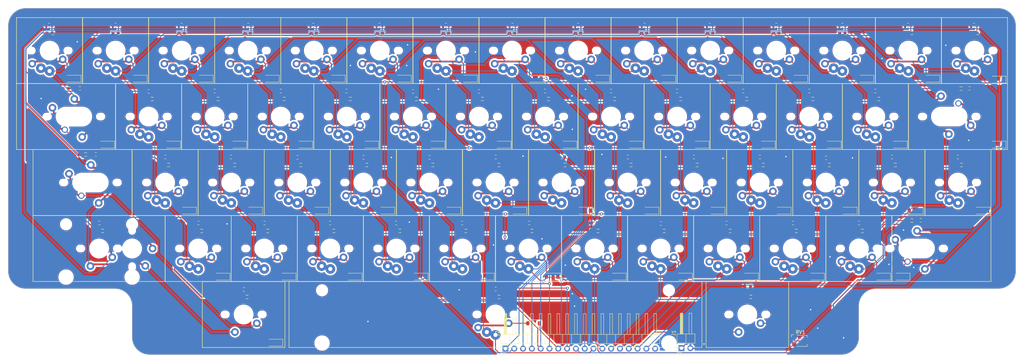
<source format=kicad_pcb>
(kicad_pcb (version 20221018) (generator pcbnew)
  (layers (0 "F.Cu" signal) (31 "B.Cu" signal) (34 "B.Paste" user) (35 "F.Paste" user) (36 "B.SilkS" user "B.Silkscreen") (37 "F.SilkS" user "F.Silkscreen") (38 "B.Mask" user) (39 "F.Mask" user) (44 "Edge.Cuts" user))
  (net 0 "")
  (net 1 "ROW_1")
  (net 2 "Net-(D1-A)")
  (net 3 "ROW_5")
  (net 4 "Net-(D2-A)")
  (net 5 "ROW_8")
  (net 6 "Net-(D3-A)")
  (net 7 "Net-(D5-A)")
  (net 8 "ROW_2")
  (net 9 "Net-(D6-A)")
  (net 10 "ROW_3")
  (net 11 "Net-(D7-A)")
  (net 12 "ROW_4")
  (net 13 "Net-(D8-A)")
  (net 14 "ROW_7")
  (net 15 "Net-(D10-A)")
  (net 16 "Net-(D12-A)")
  (net 17 "ROW_6")
  (net 18 "Net-(D13-A)")
  (net 19 "Net-(D14-A)")
  (net 20 "Net-(D15-A)")
  (net 21 "Net-(D16-A)")
  (net 22 "Net-(D17-A)")
  (net 23 "Net-(D18-A)")
  (net 24 "Net-(D19-A)")
  (net 25 "Net-(D20-A)")
  (net 26 "Net-(D21-A)")
  (net 27 "Net-(D22-A)")
  (net 28 "Net-(D24-A)")
  (net 29 "Net-(D25-A)")
  (net 30 "Net-(D26-A)")
  (net 31 "Net-(D27-A)")
  (net 32 "Net-(D28-A)")
  (net 33 "Net-(D29-A)")
  (net 34 "Net-(D30-A)")
  (net 35 "Net-(D31-A)")
  (net 36 "Net-(D32-A)")
  (net 37 "Net-(D33-A)")
  (net 38 "Net-(D34-A)")
  (net 39 "Net-(D35-A)")
  (net 40 "Net-(D36-A)")
  (net 41 "Net-(D37-A)")
  (net 42 "Net-(D38-A)")
  (net 43 "Net-(D39-A)")
  (net 44 "Net-(D41-A)")
  (net 45 "Net-(D42-A)")
  (net 46 "Net-(D43-A)")
  (net 47 "Net-(D44-A)")
  (net 48 "Net-(D45-A)")
  (net 49 "Net-(D46-A)")
  (net 50 "Net-(D47-A)")
  (net 51 "Net-(D48-A)")
  (net 52 "Net-(D49-A)")
  (net 53 "Net-(D50-A)")
  (net 54 "Net-(D51-A)")
  (net 55 "Net-(D52-A)")
  (net 56 "Net-(D53-A)")
  (net 57 "Net-(D54-A)")
  (net 58 "Net-(D55-A)")
  (net 59 "Net-(D56-A)")
  (net 60 "Net-(D57-A)")
  (net 61 "Net-(D58-A)")
  (net 62 "Net-(D59-A)")
  (net 63 "Net-(D60-A)")
  (net 64 "Net-(D62-A)")
  (net 65 "VCC_LED")
  (net 66 "LED_GND")
  (net 67 "COL_9")
  (net 68 "COL_1")
  (net 69 "COL_2")
  (net 70 "COL_3")
  (net 71 "COL_4")
  (net 72 "COL_5")
  (net 73 "COL_6")
  (net 74 "COL_7")
  (net 75 "COL_8")
  (net 77 "Net-(R1-Pad1)")
  (net 78 "Net-(R2-Pad1)")
  (net 79 "Net-(R3-Pad1)")
  (net 80 "Net-(R4-Pad1)")
  (net 81 "Net-(R5-Pad1)")
  (net 82 "Net-(R7-Pad1)")
  (net 83 "Net-(R8-Pad1)")
  (net 84 "Net-(R9-Pad1)")
  (net 85 "Net-(R10-Pad1)")
  (net 86 "Net-(R11-Pad1)")
  (net 87 "Net-(R12-Pad1)")
  (net 88 "Net-(R14-Pad1)")
  (net 89 "Net-(R15-Pad1)")
  (net 90 "Net-(R16-Pad1)")
  (net 91 "Net-(R17-Pad1)")
  (net 92 "Net-(R18-Pad1)")
  (net 93 "Net-(R19-Pad1)")
  (net 94 "Net-(R20-Pad1)")
  (net 95 "Net-(R21-Pad1)")
  (net 96 "Net-(R22-Pad1)")
  (net 97 "Net-(R23-Pad1)")
  (net 98 "Net-(R24-Pad1)")
  (net 99 "Net-(R25-Pad1)")
  (net 100 "Net-(R26-Pad1)")
  (net 101 "Net-(R27-Pad1)")
  (net 102 "Net-(R28-Pad1)")
  (net 103 "Net-(R29-Pad1)")
  (net 104 "Net-(R30-Pad1)")
  (net 105 "Net-(R31-Pad1)")
  (net 106 "Net-(R32-Pad1)")
  (net 107 "Net-(R33-Pad1)")
  (net 108 "Net-(R34-Pad1)")
  (net 109 "Net-(R35-Pad1)")
  (net 110 "Net-(R36-Pad1)")
  (net 111 "Net-(R37-Pad1)")
  (net 112 "Net-(R38-Pad1)")
  (net 113 "Net-(R39-Pad1)")
  (net 114 "Net-(R40-Pad1)")
  (net 115 "Net-(R42-Pad1)")
  (net 116 "Net-(R43-Pad1)")
  (net 117 "Net-(R44-Pad1)")
  (net 118 "Net-(R45-Pad1)")
  (net 119 "Net-(R46-Pad1)")
  (net 120 "Net-(R47-Pad1)")
  (net 121 "Net-(R48-Pad1)")
  (net 122 "Net-(R49-Pad1)")
  (net 123 "Net-(R50-Pad1)")
  (net 124 "Net-(R51-Pad1)")
  (net 125 "Net-(R52-Pad1)")
  (net 126 "Net-(R53-Pad1)")
  (net 127 "Net-(R54-Pad1)")
  (net 128 "Net-(R55-Pad1)")
  (net 129 "Net-(R56-Pad1)")
  (net 130 "Net-(R57-Pad1)")
  (net 131 "Net-(R59-Pad1)")
  (net 132 "Net-(R60-Pad1)")
  (net 133 "Net-(R61-Pad1)")
  (net 134 "Net-(R62-Pad1)")
  (net 135 "Net-(R64-Pad1)")
  (net 137 "5V")
  (footprint "Library:D_SOD-123" (layer "F.Cu") (at 183.0705 56.0705 180)
    (fp_text reference "D7" hide)
    (fp_text value "1N4148W" hide)
  )
  (footprint "Library:D_SOD-123" (layer "F.Cu") (at 168.5925 75.1205 180)
    (fp_text reference "D13" hide)
    (fp_text value "1N4148W" hide)
  )
  (footprint "Library:D_SOD-123" (layer "F.Cu") (at 206.6925 75.1205 180)
    (fp_text reference "D19" hide)
    (fp_text value "1N4148W" hide)
  )
  (footprint "Library:R_0603_1608Metric" (layer "F.Cu") (at 257.2385 59.8805 180)
    (fp_text reference "R46" hide)
    (fp_text value "100" hide)
  )
  (footprint "Library:MX-1-00U-LED" (layer "F.Cu") (at 52.3875 23.8125)
    (fp_text reference "SW1" hide)
    (fp_text value "1" hide)
  )
  (footprint "Library:MX-1-00U-LED" (layer "F.Cu") (at 138.1125 42.8625)
    (fp_text reference "SWT1" hide)
    (fp_text value "T" hide)
  )
  (footprint "Library:R_0603_1608Metric" (layer "F.Cu") (at 247.7135 78.6765 180)
    (fp_text reference "R48" hide)
    (fp_text value "100" hide)
  )
  (footprint "Library:R_0603_1608Metric" (layer "F.Cu") (at 252.4125 40.5765 180)
    (fp_text reference "R44" hide)
    (fp_text value "100" hide)
  )
  (footprint "Library:R_0603_1608Metric" (layer "F.Cu") (at 166.8145 21.5265 180)
    (fp_text reference "R7" hide)
    (fp_text value "100" hide)
  )
  (footprint "Library:MX-1-50U-LED-Right" (layer "F.Cu") (at 295.275 39.8625)
    (fp_text reference "SWRet1" hide)
    (fp_text value "Return" hide)
  )
  (footprint "Library:R_0603_1608Metric" (layer "F.Cu") (at 200.0885 59.6265 180)
    (fp_text reference "R21" hide)
    (fp_text value "100" hide)
  )
  (footprint "Library:D_SOD-123" (layer "F.Cu") (at 111.4425 75.1205 180)
    (fp_text reference "D37" hide)
    (fp_text value "1N4148W" hide)
  )
  (footprint "Library:MX-1-00U-LED" (layer "F.Cu") (at 204.7875 23.8125)
    (fp_text reference "SW9" hide)
    (fp_text value "9" hide)
  )
  (footprint "Library:MX-2-00U-LED" (layer "F.Cu") (at 47.625 80.9625)
    (fp_text reference "SWLeftSft1")
    (fp_text value "Shift")
  )
  (footprint "Library:R_0603_1608Metric" (layer "F.Cu") (at 238.1885 59.6265 180)
    (fp_text reference "R37" hide)
    (fp_text value "100" hide)
  )
  (footprint "Library:R_0603_1608Metric" (layer "F.Cu") (at 85.6615 59.6265 180)
    (fp_text reference "R47" hide)
    (fp_text value "100" hide)
  )
  (footprint "Library:MX-1-00U-LED" (layer "F.Cu") (at 128.5875 23.8125)
    (fp_text reference "SW5" hide)
    (fp_text value "5" hide)
  )
  (footprint "Library:R_0603_1608Metric" (layer "F.Cu") (at 100.0125 40.5765 180)
    (fp_text reference "R36" hide)
    (fp_text value "100" hide)
  )
  (footprint "Library:R_0603_1608Metric" (layer "F.Cu") (at 209.6135 78.8035 180)
    (fp_text reference "R31" hide)
    (fp_text value "100" hide)
  )
  (footprint "Library:R_0603_1608Metric" (layer "F.Cu") (at 271.4625 40.5765 180)
    (fp_text reference "R52" hide)
    (fp_text value "100" hide)
  )
  (footprint "Library:R_0603_1608Metric" (layer "F.Cu") (at 161.9885 59.6265 180)
    (fp_text reference "R15" hide)
    (fp_text value "100" hide)
  )
  (footprint "Library:D_SOD-123" (layer "F.Cu") (at 279.0825 94.1705 180)
    (fp_text reference "D3" hide)
    (fp_text value "1N4148W" hide)
  )
  (footprint "Library:R_0603_1608Metric" (layer "F.Cu") (at 47.6885 78.6765 180)
    (fp_text reference "R4" hide)
    (fp_text value "100" hide)
  )
  (footprint "Library:D_SOD-123" (layer "F.Cu") (at 254.4445 94.1705 180)
    (fp_text reference "D47" hide)
    (fp_text value "1N4148W" hide)
  )
  (footprint "Library:MX-1-00U-LED" (layer "F.Cu") (at 180.975 61.9125)
    (fp_text reference "SWJ1" hide)
    (fp_text value "J" hide)
  )
  (footprint "Library:R_0603_1608Metric" (layer "F.Cu") (at 266.7635 78.6765 180)
    (fp_text reference "R56" hide)
    (fp_text value "100" hide)
  )
  (footprint "Library:R_0603_1608Metric" (layer "F.Cu") (at 233.3625 40.5765 180)
    (fp_text reference "R35" hide)
    (fp_text value "100" hide)
  )
  (footprint "Library:MX-1-25U-LED" (layer "F.Cu") (at 89.296875 100.0125)
    (fp_text reference "SWCtl2" hide)
    (fp_text value "Control" hide)
  )
  (footprint "Library:D_SOD-123" (layer "F.Cu") (at 230.5685 37.0205 180)
    (fp_text reference "D32" hide)
    (fp_text value "1N4148W" hide)
  )
  (footprint "Library:R_0603_1608Metric" (layer "F.Cu") (at 147.6375 21.5265 180)
    (fp_text reference "R8" hide)
    (fp_text value "100" hide)
  )
  (footprint "Library:MX-1-25U-LED" (layer "F.Cu") (at 234.553125 100.0125)
    (fp_text reference "SWAtari2" hide)
    (fp_text value "Atari" hide)
  )
  (footprint "Library:D_SOD-123" (layer "F.Cu") (at 259.2705 56.0705 180)
    (fp_text reference "D43" hide)
    (fp_text value "1N4148W" hide)
  )
  (footprint "Library:R_0603_1608Metric" (layer "F.Cu") (at 89.3445 97.8535 180)
    (fp_text reference "R11" hide)
    (fp_text value "100" hide)
  )
  (footprint "Library:D_SOD-123" (layer "F.Cu") (at 87.8205 56.0705 180)
    (fp_text reference "D44" hide)
    (fp_text value "1N4148W" hide)
  )
  (footprint "Library:D_SOD-123" (layer "F.Cu") (at 68.7705 56.0705 180)
    (fp_text reference "D52" hide)
    (fp_text value "1N4148W" hide)
  )
  (footprint "Library:MX-1-00U-LED" (layer "F.Cu") (at 295.275 61.9125)
    (fp_text reference "SWCps1" hide)
    (fp_text value "Caps" hide)
  )
  (footprint "Library:D_SOD-123" (layer "F.Cu") (at 173.4185 37.0205 180)
    (fp_text reference "D5" hide)
    (fp_text value "1N4148W" hide)
  )
  (footprint "Library:R_0603_1608Metric" (layer "F.Cu") (at 71.4375 21.5265 180)
    (fp_text reference "R43" hide)
    (fp_text value "100" hide)
  )
  (footprint "Library:D_SOD-123" (layer "F.Cu") (at 244.7925 75.1205 180)
    (fp_text reference "D36" hide)
    (fp_text value "1N4148W" hide)
  )
  (footprint "Library:MX-1-00U-LED" (layer "F.Cu") (at 166.6875 23.8125)
    (fp_text reference "SW7" hide)
    (fp_text value "7" hide)
  )
  (footprint "Library:MX-1-00U-LED" (layer "F.Cu") (at 280.9875 23.8125)
    (fp_text reference "SWDel1" hide)
    (fp_text value "Del" hide)
  )
  (footprint "Library:MX-1-00U-LED" (layer "F.Cu") (at 214.3125 42.8625)
    (fp_text reference "SWO1" hide)
    (fp_text value "O" hide)
  )
  (footprint "Library:R_0603_1608Metric" (layer "F.Cu") (at 123.8885 59.7535 180)
    (fp_text reference "R30" hide)
    (fp_text value "100" hide)
  )
  (footprint "Connector_PinHeader_2.54mm:PinHeader_1x18_P2.54mm_Horizontal" (layer "F.Cu") (at 164.7975 114.9575 90)
    (fp_text reference "J2")
    (fp_text value "Conn_01x18")
  )
  (footprint "Library:MX-1-00U-LED" (layer "F.Cu") (at 266.7 80.9625)
    (fp_text reference "SWAtari1" hide)
    (fp_text value "Atari" hide)
  )
  (footprint "Library:D_SOD-123" (layer "F.Cu") (at 302.1965 75.1205 180)
    (fp_text reference "D62" hide)
    (fp_text value "1N4148W" hide)
  )
  (footprint "Library:MX-1-50U-LED" (layer "F.Cu") (at 38.1 39.8625)
    (fp_text reference "SWTab1" hide)
    (fp_text value "Tab" hide)
  )
  (footprint "Library:R_0603_1608Metric" (layer "F.Cu") (at 219.1385 59.6265 180)
    (fp_text reference "R29" hide)
    (fp_text value "100" hide)
  )
  (footprint "Library:MX-1-00U-LED" (layer "F.Cu") (at 100.0125 42.8625)
    (fp_text reference "SWE1" hide)
    (fp_text value "E" hide)
  )
  (footprint "Library:D_SOD-123" (layer "F.Cu") (at 263.8425 75.1205 180)
    (fp_text reference "D45" hide)
    (fp_text value "1N4148W" hide)
  )
  (footprint "Library:MX-1-00U-LED" (layer "F.Cu") (at 271.4625 42.8625)
    (fp_text reference "SWEqual1" hide)
    (fp_text value "Equal" hide)
  )
  (footprint "Library:D_SOD-123" (layer "F.Cu") (at 140.1445 94.1705 180)
    (fp_text reference "D31" hide)
    (fp_text value "1N4148W" hide)
  )
  (footprint "Library:D_SOD-123" (layer "F.Cu") (at 130.4925 75.1205 180)
    (fp_text reference "D29" hide)
    (fp_text value "1N4148W" hide)
  )
  (footprint "Library:D_SOD-123" (layer "F.Cu") (at 154.3685 37.0205 180)
    (fp_text reference "D6" hide)
    (fp_text value "1N4148W" hide)
  )
  (footprint "Library:D_SOD-123" (layer "F.Cu") (at 78.1685 37.0205 180)
    (fp_text reference "D42" hide)
    (fp_text value "1N4148W" hide)
  )
  (footprint "Library:D_SOD-123" (layer "F.Cu") (at 306.7685 37.2745 180)
    (fp_text reference "D1" hide)
    (fp_text value "1N4148W" hide)
  )
  (footprint "Library:D_SOD-123" (layer "F.Cu") (at 202.1205 56.0705 180)
    (fp_text reference "D17" hide)
    (fp_text value "1N4148W" hide)
  )
  (footprint "Library:MX-1-00U-LED" (layer "F.Cu") (at 190.5 80.9625)
    (fp_text reference "SWM1" hide)
    (fp_text value "M" hide)
  )
  (footprint "Library:D_SOD-123" (layer "F.Cu") (at 92.3925 75.1205 180)
    (fp_text reference "D46" hide)
    (fp_text value "1N4148W" hide)
  )
  (footprint "Library:MX-1-00U-LED" (layer "F.Cu") (at 195.2625 42.8625)
    (fp_text reference "SWI1" hide)
    (fp_text value "I" hide)
  )
  (footprint "Library:R_0603_1608Metric" (layer "F.Cu") (at 181.0385 59.6265 180)
    (fp_text reference "R14" hide)
    (fp_text value "100" hide)
  )
  (footprint "Connector_PinHeader_2.54mm:PinHeader_1x02_P2.54mm_Horizontal" (layer "F.Cu") (at 215.5775 114.8225 90)
    (fp_text reference "J1")
    (fp_text value "Conn_01x02_Pin")
  )
  (footprint "Library:R_0603_1608Metric" (layer "F.Cu") (at 142.9385 59.7535 180)
    (fp_text reference "R22" hide)
    (fp_text value "100" hide)
  )
  (footprint "Library:D_SOD-123" (layer "F.Cu") (at 97.2185 37.0205 180)
    (fp_text reference "D33" hide)
    (fp_text value "1N4148W" hide)
  )
  (footprint "Library:R_0603_1608Metric" (layer "F.Cu") (at 138.1125 40.7035 180)
    (fp_text reference "R20" hide)
    (fp_text value "100" hide)
  )
  (footprint "Library:R_0603_1608Metric" (layer "F.Cu") (at 195.2625 40.5765 180)
    (fp_text reference "R19" hide)
    (fp_text value "100" hide)
  )
  (footprint "Library:MX-1-00U-LED" (layer "F.Cu") (at 185.7375 23.8125)
    (fp_text reference "SW8" hide)
    (fp_text value "8" hide)
  )
  (footprint "Library:R_0603_1608Metric" (layer "F.Cu") (at 228.5365 78.6765 180)
    (fp_text reference "R39" hide)
    (fp_text value "100" hide)
  )
  (footprint "Library:MX-6-25U-LED" (layer "F.Cu") (at 161.925 100.0125)
    (fp_text reference "SWSpc1" hide)
    (fp_text value "Space" hide)
  )
  (footprint "Library:D_SOD-123" (layer "F.Cu") (at 249.6185 37.0205 180)
    (fp_text reference "D41" hide)
    (fp_text value "1N4148W" hide)
  )
  (footprint "Library:MX-1-00U-LED" (layer "F.Cu") (at 247.65 80.9625)
    (fp_text reference "SWSlash1" hide)
    (fp_text value "Slash" hide)
  )
  (footprint "Library:R_0603_1608Metric" (layer "F.Cu") (at 284.5435 77.9145)
    (fp_text reference "R5" hide)
    (fp_text value "100" hide)
  )
  (footprint "Library:MX-1-00U-LED" (layer "F.Cu") (at 261.9375 23.8125)
    (fp_text reference "SWGT1" hide)
    (fp_text value "GreaterThan" hide)
  )
  (footprint "Library:MX-1-00U-LED" (layer "F.Cu") (at 76.2 80.9625)
    (fp_text reference "SWZ1" hide)
    (fp_text value "Z" hide)
  )
  (footprint "Library:R_0603_1608Metric" (layer "F.Cu") (at 90.6145 21.5265 180)
    (fp_text reference "R34" hide)
    (fp_text value "100" hide)
  )
  (footprint "Library:D_SOD-123" (layer "F.Cu") (at 216.3445 94.1705 180)
    (fp_text reference "D30" hide)
    (fp_text value "1N4148W" hide)
  )
  (footprint "Library:MX-1-00U-LED" (layer "F.Cu") (at 257.175 61.9125)
    (fp_text reference "SWPlus1" hide)
    (fp_text value "Plus" hide)
  )
  (footprint "Library:R_0603_1608Metric" (layer "F.Cu") (at 152.3365 78.6765 180)
    (fp_text reference "R24" hide)
    (fp_text value "100" hide)
  )
  (footprint "Library:MX-1-00U-LED" (layer "F.Cu") (at 133.35 80.9625)
    (fp_text reference "SWV1" hide)
    (fp_text value "V" hide)
  )
  (footprint "Library:MX-1-00U-LED" (layer "F.Cu") (at 33.3375 23.8125)
    (fp_text reference "SWEsc1" hide)
    (fp_text value "Esc" hide)
  )
  (footprint "Library:MX-1-00U-LED" (layer "F.Cu") (at 171.45 80.9625)
    (fp_text reference "SWN1" hide)
    (fp_text value "N" hide)
  )
  (footprint "Library:R_0603_1608Metric" (layer "F.Cu") (at 66.7385 59.6265 180)
    (fp_text reference "R55" hide)
    (fp_text value "100" hide)
  )
  (footprint "Library:MX-1-00U-LED" (layer "F.Cu") (at 85.725 61.9125)
    (fp_text reference "SWS1" hide)
    (fp_text value "S" hide)
  )
  (footprint "Library:R_0603_1608Metric" (layer "F.Cu") (at 234.6325 96.9645 180)
    (fp_text reference "R2" hide)
    (fp_text value "100" hide)
  )
  (footprint "Library:D_SOD-123" (layer "F.Cu") (at 149.5425 75.1205 180)
    (fp_text reference "D20" hide)
    (fp_text value "1N4148W" hide)
  )
  (footprint "Library:R_0603_1608Metric" (layer "F.Cu") (at 133.2865 78.6765 180)
    (fp_text reference "R32" hide)
    (fp_text value "100" hide)
  )
  (footprint "Library:R_0603_1608Metric" (layer "F.Cu") (at 161.9885 97.7265 180)
    (fp_text reference "R16" hide)
    (fp_text value "100" hide)
  )
  (footprint "Library:MX-2-50U-LED" (layer "F.Cu") (at 280.9875 77.9625)
    (fp_text reference "SWRightSft1" hide)
    (fp_text value "Shift" hide)
  )
  (footprint "Library:D_SOD-123" (layer "F.Cu") (at 225.7425 75.1205 180)
    (fp_text reference "D28" hide)
    (fp_text value "1N4148W" hide)
  )
  (footprint "Library:R_0603_1608Metric" (layer "F.Cu") (at 185.7375 21.5265 180)
    (fp_text reference "R17" hide)
    (fp_text value "100" hide)
  )
  (footprint "Library:R_0603_1608Metric" (layer "F.Cu") (at 298.6405 39.8145)
    (fp_text reference "R61" hide)
    (fp_text value "100" hide)
  )
  (footprint "Library:R_0603_1608Metric" (layer "F.Cu") (at 242.8875 21.5265 180)
    (fp_text reference "R42" hide)
    (fp_text value "100" hide)
  )
  (footprint "Library:MX-1-00U-LED" (layer "F.Cu") (at 109.5375 23.8125)
    (fp_text reference "SW4" hide)
    (fp_text value "4" hide)
  )
  (footprint "Library:R_0603_1608Metric" (layer "F.Cu") (at 46.6725 58.8645)
    (fp_text reference "R3" hide)
    (fp_text value "100" hide)
  )
  (footprint "Library:MX-1-00U-LED" (layer "F.Cu") (at 152.4 80.9625)
    (fp_text reference "SWB1" hide)
    (fp_text value "B" hide)
  )
  (footprint "Library:D_SOD-123" (layer "F.Cu") (at 102.0445 94.1705 180)
    (fp_text reference "D48" hide)
    (fp_text value "1N4148W" hide)
  )
  (footprint "Library:D_SOD-123" (layer "F.Cu") (at 106.8705 56.0705 180)
    (fp_text reference "D35" hide)
    (fp_text value "1N4148W" hide)
  )
  (footprint "Library:D_SOD-123" (layer "F.Cu") (at 187.6425 75.1205 180)
    (fp_text reference "D12" hide)
    (fp_text value "1N4148W" hide)
  )
  (footprint "Library:MX-1-00U-LED" (layer "F.Cu") (at 147.6375 23.8125)
    (fp_text reference "SW6" hide)
    (fp_text value "6" hide)
  )
  (footprint "Library:D_SOD-123" (layer "F.Cu") (at 268.6685 37.0205 180)
    (fp_text reference "D49" hide)
    (fp_text value "1N4148W" hide)
  )
  (footprint "Library:D_SOD-123" (layer "F.Cu") (at 240.2205 56.0705 180)
    (fp_text reference "D34" hide)
    (fp_text value "1N4148W" hide)
  )
  (footprint "Library:MX-1-00U-LED" (layer "F.Cu") (at 200.025 61.9125)
    (fp_text reference "SWK1" hide)
    (fp_text value "K" hide)
  )
  (footprint "Library:D_SOD-123" (layer "F.Cu") (at 135.3185 37.0205 180)
    (fp_text reference "D16" hide)
    (fp_text value "1N4148W" hide)
  )
  (footprint "Library:D_SOD-123" (layer "F.Cu") (at 98.2345 113.2205 180)
    (fp_text reference "D2" hide)
    (fp_text value "1N4148W" hide)
  )
  (footprint "Library:D_SOD-123" (layer "F.Cu") (at 82.9945 94.1705 180)
    (fp_text reference "D56" hide)
    (fp_text value "1N4148W" hide)
  )
  (footprint "Library:D_SOD-123" (layer "F.Cu") (at 306.7685 56.0705 180)
    (fp_text reference "D59" hide)
    (fp_text value "1N4148W" hide)
  )
  (footprint "Potentiometer_SMD:Potentiometer_Bourns_TC33X_Vertical" (layer "F.Cu") (at 249.8725 112.7125)
    (fp_text reference "RV1")
    (fp_text value "R_Potentiometer")
  )
  (footprint "Library:R_0603_1608Metric" (layer "F.Cu") (at 176.2125 40.5765 180)
    (fp_text reference "R9" hide)
    (fp_text value "100" hide)
  )
  (footprint "Library:D_SOD-123" (layer "F.Cu") (at 192.4685 37.0205 180)
    (fp_text reference "D15" hide)
    (fp_text value "1N4148W" hide)
  )
  (footprint "Library:MX-1-00U-LED" (layer "F.Cu") (at 238.125 61.9125)
    (fp_text reference "SWSemi1" hide)
    (fp_text value "Semicolon" hide)
  )
  (footprint "Library:R_0603_1608Metric" (layer "F.Cu") (at 104.8385 59.7535 180)
    (fp_text reference "R38" hide)
    (fp_text value "100" hide)
  )
  (footprint "Library:R_0603_1608Metric" (layer "F.Cu") (at 109.4105 21.5265 180)
    (fp_text reference "R26" hide)
    (fp_text value "100" hide)
  )
  (footprint "Library:R_0603_1608Metric" (layer "F.Cu") (at 128.4605 21.5265 180)
    (fp_text reference "R18" hide)
    (fp_text value "100" hide)
  )
  (footprint "Library:R_0603_1608Metric" (layer "F.Cu") (at 280.8605 21.5265 180)
    (fp_text reference "R59" hide)
    (fp_text value "100" hide)
  )
  (footprint "Library:R_0603_1608Metric" (layer "F.Cu") (at 276.2885 59.6265 180)
    (fp_text reference "R54" hide)
    (fp_text value "100" hide)
  )
  (footprint "Library:D_SOD-123" (layer "F.Cu") (at 197.2945 94.1705 180)
    (fp_text reference "D21" hide)
    (fp_text value "1N4148W" hide)
  )
  (footprint "Library:MX-1-00U-LED" (layer "F.Cu") (at 161.925 61.9125)
    (fp_text reference "SWH1" hide)
    (fp_text value "H" hide)
  )
  (footprint "Library:D_SOD-123" (layer "F.Cu") (at 159.1945 94.1705 180)
    (fp_text reference "D22" hide)
    (fp_text value "1N4148W" hide)
  )
  (footprint "Library:R_0603_1608Metric" (layer "F.Cu") (at 223.7105 21.5265 180)
    (fp_text reference "R33" hide)
    (fp_text value "100" hide)
  )
  (footprint "Library:MX-1-00U-LED" (layer "F.Cu") (at 71.4375 23.8125)
    (fp_text reference "SW2" hide)
    (fp_text value "2" hide)
  )
  (footprint "Library:MX-1-00U-LED" (layer "F.Cu") (at 104.775 61.9125)
    (fp_text reference "SWD1" hide)
    (fp_text value "D" hide)
  )
  (footprint "Library:R_0603_1608Metric" (layer "F.Cu") (at 214.3125 40.5765 180)
    (fp_text reference "R27" hide)
    (fp_text value "100" hide)
  )
  (footprint "Library:D_SOD-123" (layer "F.Cu") (at 116.2685 37.0205 180)
    (fp_text reference "D25" hide)
    (fp_text value "1N4148W" hide)
  )
  (footprint "Library:D_SOD-123" (layer "F.Cu") (at 235.3945 94.1705 180)
    (fp_text reference "D38" hide)
    (fp_text value "1N4148W" hide)
  )
  (footprint "Library:R_0603_1608Metric" (layer "F.Cu") (at 261.9375 21.5265 180)
    (fp_text reference "R50" hide)
    (fp_text value "100" hide)
  )
  (footprint "Library:MX-1-00U-LED" (layer "F.Cu") (at 276.225 61.9125)
    (fp_text reference "SWStar1" hide)
    (fp_text value "Star" hide)
  )
  (footprint "Library:D_SOD-123" (layer "F.Cu") (at 40.0685 37.0205 180)
    (fp_text reference "D58" hide)
    (fp_text value "1N4148W" hide)
  )
  (footprint "Library:D_SOD-123" (layer "F.Cu") (at 49.7205 56.0705 180)
    (fp_text reference "D60" hide)
    (fp_text value "1N4148W" hide)
  )
  (footprint "Library:D_SOD-123" (layer "F.Cu") (at 287.7185 37.0205 180)
    (fp_text reference "D57" hide)
    (fp_text value "1N4148W" hide)
  )
  (footprint "Library:D_SOD-123" (layer "F.Cu") (at 282.8925 75.1205 180)
    (fp_text reference "D53" hide)
    (fp_text value "1N4148W" hide)
  )
  (footprint "Library:MX-1-00U-LED" (layer "F.Cu") (at 114.3 80.9625)
    (fp_text reference "SWC1" hide)
    (fp_text value "C" hide)
  )
  (footprint "Library:MX-1-00U-LED" (layer "F.Cu") (at 300.0375 23.8125)
    (fp_text reference "SWBrk1" hide)
    (fp_text value "Break" hide)
  )
  (footprint "Library:MX-1-00U-LED" (layer "F.Cu") (at 61.9125 42.8625)
    (fp_text reference "SWQ1" hide)
    (fp_text value "Q" hide)
  )
  (footprint "Library:R_0603_1608Metric" (layer "F.Cu") (at 118.9355 40.5765 180)
    (fp_text reference "R28" hide)
    (fp_text value "100" hide)
  )
  (footprint "Library:MX-1-00U-LED" (layer "F.Cu") (at 80.9625 42.8625)
    (fp_text reference "SWW1" hide)
    (fp_text value "W" hide)
  )
  (footprint "Library:R_0603_1608Metric" (layer "F.Cu") (at 80.9625 40.5765 180)
    (fp_text reference "R45" hide)
    (fp_text value "100" hide)
  )
  (footprint "Library:MX-1-00U-LED" (layer "F.Cu") (at 209.55 80.9625)
    (fp_text reference "SWComma1" hide)
    (fp_text value "Comma" hide)
  )
  (footprint "Library:R_0603_1608Metric" (layer "F.Cu") (at 95.3135 78.6765 180)
    (fp_text reference "R49" hide)
    (fp_text value "100" hide)
  )
  (footprint "Library:MX-1-00U-LED" (layer "F.Cu") (at 242.8875 23.8125)
    (fp_text reference "SWLT1" hide)
    (fp_text value "LessThan" hide)
  )
  (footprint "Library:MX-1-00U-LED" (layer "F.Cu") (at 142.875 61.9125)
    (fp_text reference "SWG1" hide)
    (fp_text value "G" hide)
  )
  (footprint "Library:MX-1-00U-LED" (layer "F.Cu") (at 233.3625 42.8625)
    (fp_text reference "SWP1" hide)
    (fp_text value "P" hide)
  )
  (footprint "Library:R_0603_1608Metric" (layer "F.Cu") (at 190.4365 78.6765 180)
    (fp_text reference "R23" hide)
    (fp_text value "100" hide)
  )
  (footprint "Library:MX-1-00U-LED" (layer "F.Cu") (at 176.2125 42.8625)
    (fp_text reference "SWU1" hide)
    (fp_text value "U" hide)
  )
  (footprint "Library:D_SOD-123" (layer "F.Cu") (at 144.9705 56.0705 180)
    (fp_text reference "D18" hide)
    (fp_text value "1N4148W" hide)
  )
  (footprint "Library:D_SOD-123" (layer "F.Cu") (at 164.0205 56.0705 180)
    (fp_text reference "D8" hide)
    (fp_text value "1N4148W" hide)
  )
  (footprint "Library:MX-1-00U-LED" (layer "F.Cu") (at 219.075 61.9125)
    (fp_text reference "SWL1" hide)
    (fp_text value "L" hide)
  )
  (footprint "Library:MX-1-50U-LED" (layer "F.Cu") (at 42.8625 58.9125)
    (fp_text reference "SWCtl1" hide)
    (fp_text value "Control" hide)
  )
  (footprint "Library:MX-1-00U-LED" (layer "F.Cu") (at 157.1625 42.8625)
    (fp_text reference "SWY1" hide)
    (fp_text value "Y" hide)
  )
  (footprint "Library:D_SOD-123" (layer "F.Cu") (at 278.3205 56.0705 180)
    (fp_text reference "D51" hide)
    (fp_text value "1N4148W" hide)
  )
  (footprint "Library:MX-1-00U-LED" (layer "F.Cu") (at 123.825 61.9125)
    (fp_text reference "SWF1" hide)
    (fp_text value "F" hide)
  )
  (footprint "Library:R_0603_1608Metric" (layer "F.Cu") (at 61.9125 40.7035 180)
    (fp_text reference "R53" hide)
    (fp_text value "100" hide)
  )
  (footprint "Library:D_SOD-123" (layer "F.Cu") (at 125.9205 56.0705 180)
    (fp_text reference "D27" hide)
    (fp_text value "1N4148W" hide)
  )
  (footprint "Library:D_SOD-123" (layer "F.Cu") (at 221.1705 56.0705 180)
    (fp_text reference "D26" hide)
    (fp_text value "1N4148W" hide)
  )
  (footprint "Library:MX-1-00U-LED" (layer "F.Cu") (at 252.4125 42.8625)
    (fp_text reference "SWDash1" hide)
    (fp_text value "Dash" hide)
  )
  (footprint "Library:MX-1-00U-LED" (layer "F.Cu") (at 228.6 80.9625)
    (fp_text reference "SWPeriod1" hide)
    (fp_text value "Period" hide)
  )
  (footprint "Library:R_0603_1608Metric" (layer "F.Cu") (at 33.2105 21.5265 180)
    (fp_text reference "R60" hide)
    (fp_text value "100" hide)
  )
  (footprint "Library:R_0603_1608Metric" (layer "F.Cu") (at 295.2115 59.6265 180)
    (fp_text reference "R64" hide)
    (fp_text value "100" hide)
  )
  (footprint "Library:R_0603_1608Metric" (layer "F.Cu") (at 42.1005 39.8145)
    (fp_text reference "R62" hide)
    (fp_text value "100" hide)
  )
  (footprint "Library:D_SOD-123" (layer "F.Cu") (at 211.5185 37.0205 180)
    (fp_text reference "D24" hide)
    (fp_text value "1N4148W" hide)
  )
  (footprint "Library:D_SOD-123" (layer "F.Cu") (at 59.1185 37.0205 180)
    (fp_text reference "D50" hide)
    (fp_text value "1N4148W" hide)
  )
  (footprint "Library:R_0603_1608Metric" (layer "F.Cu") (at 299.9105 21.5265 180)
    (fp_text reference "R1" hide)
    (fp_text value "100" hide)
  )
  (footprint "Library:MX-1-00U-LED" (layer "F.Cu") (at 90.4875 23.8125)
    (fp_text reference "SW3" hide)
    (fp_text value "3" hide)
  )
  (footprint "Library:D_SOD-123" (layer "F.Cu") (at 121.0945 94.1705 180)
    (fp_text reference "D39" hide)
    (fp_text value "1N4148W" hide)
  )
  (footprint "Library:R_0603_1608Metric" (layer "F.Cu") (at 171.6405 78.6765 180)
    (fp_text reference "R12" hide)
    (fp_text value "100" hide)
  )
  (footprint "Library:R_0603_1608Metric" (layer "F.Cu") (at 52.3875 21.5265 180)
    (fp_text reference "R51" hide)
    (fp_text value "100" hide)
  )
  (footprint "Library:MX-1-00U-LED" (layer "F.Cu") (at 95.25 80.9625)
    (fp_text reference "SWX1" hide)
    (fp_text value "X" hide)
  )
  (footprint "Library:MX-1-00U-LED" (layer "F.Cu") (at 119.0625 42.8625)
    (fp_text reference "SWR1" hide)
    (fp_text value "R" hide)
  )
  (footprint "Library:D_SOD-123" (layer "F.Cu") (at 178.2445 94.1705 180)
    (fp_text reference "D10" hide)
    (fp_text value "1N4148W" hide)
  )
  (footprint "Library:R_0603_1608Metric" (layer "F.Cu") (at 157.1625 40.7035 180)
    (fp_text reference "R10" hide)
    (fp_text value "100" hide)
  )
  (footprint "Library:MX-1-00U-LED" (layer "F.Cu") (at 66.675 61.9125)
    (fp_text reference "SWA1" hide)
    (fp_text value "A" hide)
  )
  (footprint "Library:MX-1-00U-LED" (layer "F.Cu") (at 223.8375 23.8125)
    (fp_text reference "SW0" hide)
    (fp_text value "0" hide)
  )
  (footprint "Library:D_SOD-123" (layer "F.Cu") (at 172.9105 107.6325 180)
    (fp_text reference "D14" hide)
    (fp_text value "1N4148W" hide)
  )
  (footprint "Library:R_0603_1608Metric" (layer "F.Cu") (at 76.2635 78.6765 180)
    (fp_text reference "R57" hide)
    (fp_text value "100" hide)
  )
  (footprint "Library:R_0603_1608Metric" (layer "F.Cu") (at 204.9145 21.5265 180)
    (fp_text reference "R25" hide)
    (fp_text value "100" hide)
  )
  (footprint "Library:D_SOD-123" (layer "F.Cu") (at 73.3425 75.1205 180)
    (fp_text reference "D54" hide)
    (fp_text value "1N4148W" hide)
  )
  (footprint "Library:R_0603_1608Metric" (layer "F.Cu") (at 114.2365 78.6765 180)
    (fp_text reference "R40" hide)
    (fp_text value "100" hide)
  )
  (footprint "Library:D_SOD-123" (layer "F.Cu") (at 273.4945 94.1705 180)
    (fp_text reference "D55" hide)
    (fp_text value "1N4148W" hide)
  )
  (gr_arc (start 266.7 111.681) (mid 265.235534 115.216533) (end 261.7 116.681) (stroke (width 0.1)) (layer "Edge.Cuts"))
  (gr_line (start 57.15 111.681) (end 57.15 102.6312) (stroke (width 0.1)) (layer "Edge.Cuts"))
  (gr_line (start 261.7 116.68125) (end 62.15 116.68125) (stroke (width 0.1)) (layer "Edge.Cuts"))
  (gr_line (start 311.94375 21.6687) (end 311.94375 92.6312) (stroke (width 0.1)) (layer "Edge.Cuts"))
  (gr_arc (start 306.944 16.66875) (mid 310.479533 18.133216) (end 311.944 21.66875) (stroke (width 0.1)) (layer "Edge.Cuts"))
  (gr_line (start 26.4312 16.66875) (end 306.944 16.66875) (stroke (width 0.1)) (layer "Edge.Cuts"))
  (gr_arc (start 52.15 97.63125) (mid 55.685533 99.095716) (end 57.15 102.63125) (stroke (width 0.1)) (layer "Edge.Cuts"))
  (gr_line (start 21.43125 92.6312) (end 21.43125 21.6687) (stroke (width 0.1)) (layer "Edge.Cuts"))
  (gr_arc (start 26.4312 97.63125) (mid 22.895667 96.166784) (end 21.4312 92.63125) (stroke (width 0.1)) (layer "Edge.Cuts"))
  (gr_arc (start 311.94375 92.6312) (mid 310.479284 96.166733) (end 306.94375 97.6312) (stroke (width 0.1)) (layer "Edge.Cuts"))
  (gr_arc (start 266.7 102.6312) (mid 268.164466 99.095667) (end 271.7 97.6312) (stroke (width 0.1)) (layer "Edge.Cuts"))
  (gr_arc (start 21.431251 21.6687) (mid 22.895717 18.133167) (end 26.431251 16.6687) (stroke (width 0.1)) (layer "Edge.Cuts"))
  (gr_arc (start 62.15 116.68125) (mid 58.614467 115.216784) (end 57.15 111.68125) (stroke (width 0.1)) (layer "Edge.Cuts"))
  (gr_line (start 52.15 97.63125) (end 26.4312 97.63125) (stroke (width 0.1)) (layer "Edge.Cuts"))
  (gr_line (start 306.944 97.63125) (end 271.7 97.63125) (stroke (width 0.1)) (layer "Edge.Cuts"))
  (gr_line (start 266.7 102.6312) (end 266.7 111.681) (stroke (width 0.1)) (layer "Edge.Cuts"))
  (segment (start 232.2185 37.0205) (end 233.1435 37.9455) (width 0.25) (layer "F.Cu") (net 1))
  (segment (start 250.3435 37.9455) (end 251.2685 37.0205) (width 0.25) (layer "F.Cu") (net 1))
  (segment (start 212.2435 37.9455) (end 213.1685 37.0205) (width 0.25) (layer "F.Cu") (net 1))
  (segment (start 176.4665 36.8935) (end 175.1955 36.8935) (width 0.25) (layer "F.Cu") (net 1))
  (segment (start 288.4435 37.9455) (end 289.3685 37.0205) (width 0.25) (layer "F.Cu") (net 1))
  (segment (start 175.9935 37.9455) (end 193.1935 37.9455) (width 0.25) (layer "F.Cu") (net 1))
  (segment (start 269.3935 37.9455) (end 270.3185 37.0205) (width 0.25) (layer "F.Cu") (net 1))
  (segment (start 289.3685 37.0205) (end 290.5475 38.1995) (width 0.25) (layer "F.Cu") (net 1))
  (segment (start 270.3185 37.0205) (end 271.2435 37.9455) (width 0.25) (layer "F.Cu") (net 1))
  (segment (start 214.0935 37.9455) (end 231.2935 37.9455) (width 0.25) (layer "F.Cu") (net 1))
  (segment (start 251.2685 37.0205) (end 252.1935 37.9455) (width 0.25) (layer "F.Cu") (net 1))
  (segment (start 175.1955 36.8935) (end 175.0685 37.0205) (width 0.25) (layer "F.Cu") (net 1))
  (segment (start 194.1185 37.0205) (end 195.0435 37.9455) (width 0.25) (layer "F.Cu") (net 1))
  (segment (start 271.2435 37.9455) (end 288.4435 37.9455) (width 0.25) (layer "F.Cu") (net 1))
  (segment (start 195.0435 37.9455) (end 212.2435 37.9455) (width 0.25) (layer "F.Cu") (net 1))
  (segment (start 233.1435 37.9455) (end 250.3435 37.9455) (width 0.25) (layer "F.Cu") (net 1))
  (segment (start 193.1935 37.9455) (end 194.1185 37.0205) (width 0.25) (layer "F.Cu") (net 1))
  (segment (start 307.4935 38.1995) (end 308.4185 37.2745) (width 0.25) (layer "F.Cu") (net 1))
  (segment (start 213.1685 37.0205) (end 214.0935 37.9455) (width 0.25) (layer "F.Cu") (net 1))
  (segment (start 252.1935 37.9455) (end 269.3935 37.9455) (width 0.25) (layer "F.Cu") (net 1))
  (segment (start 290.5475 38.1995) (end 307.4935 38.1995) (width 0.25) (layer "F.Cu") (net 1))
  (segment (start 175.0685 37.0205) (end 175.9935 37.9455) (width 0.25) (layer "F.Cu") (net 1))
  (segment (start 231.2935 37.9455) (end 232.2185 37.0205) (width 0.25) (layer "F.Cu") (net 1))
  (via (at 176.4665 36.8935) (size 0.8) (drill 0.4) (layers "F.Cu" "B.Cu") (net 1))
  (segment (start 168.73 101.674) (end 168.7195 101.6635) (width 0.25) (layer "B.Cu") (net 1))
  (segment (start 168.7195 97.991312) (end 188.23 78.480812) (width 0.25) (layer "B.Cu") (net 1))
  (segment (start 188.23 78.480812) (end 188.23 48.657) (width 0.25) (layer "B.Cu") (net 1))
  (segment (start 164.7975 114.9575) (end 168.73 111.025) (width 0.25) (layer "B.Cu") (net 1))
  (segment (start 188.23 48.657) (end 176.4665 36.8935) (width 0.25) (layer "B.Cu") (net 1))
  (segment (start 168.7195 101.6635) (end 168.7195 97.991312) (width 0.25) (layer "B.Cu") (net 1))
  (segment (start 168.73 111.025) (end 168.73 101.674) (width 0.25) (layer "B.Cu") (net 1))
  (segment (start 305.1185 32.7135) (end 305.1185 37.2745) (width 0.25) (layer "F.Cu") (net 2))
  (segment (start 303.8375 31.4325) (end 305.1185 32.7135) (width 0.25) (layer "F.Cu") (net 2))
  (segment (start 99.8845 113.2205) (end 111.9175 101.1875) (width 0.25) (layer "F.Cu") (net 3))
  (segment (start 166.193318 101.1875) (end 174.1105 109.104682) (width 0.25) (layer "F.Cu") (net 3))
  (segment (start 246.4425 75.1205) (end 247.3675 76.0455) (width 0.25) (layer "F.Cu") (net 3))
  (segment (start 227.3925 75.1205) (end 228.3175 76.0455) (width 0.25) (layer "F.Cu") (net 3))
  (segment (start 208.3425 75.1205) (end 209.2675 76.0455) (width 0.25) (layer "F.Cu") (net 3))
  (segment (start 207.4175 76.0455) (end 208.3425 75.1205) (width 0.25) (layer "F.Cu") (net 3))
  (segment (start 189.2925 75.1205) (end 190.2175 76.0455) (width 0.25) (layer "F.Cu") (net 3))
  (segment (start 174.1105 114.1105) (end 174.9575 114.9575) (width 0.25) (layer "F.Cu") (net 3))
  (segment (start 209.2675 76.0455) (end 226.4675 76.0455) (width 0.25) (layer "F.Cu") (net 3))
  (segment (start 266.4175 76.0455) (end 283.6175 76.0455) (width 0.25) (layer "F.Cu") (net 3))
  (segment (start 192.4685 76.0455) (end 207.4175 76.0455) (width 0.25) (layer "F.Cu") (net 3))
  (segment (start 190.2175 76.0455) (end 192.3415 76.0455) (width 0.25) (layer "F.Cu") (net 3))
  (segment (start 247.3675 76.0455) (end 264.5675 76.0455) (width 0.25) (layer "F.Cu") (net 3))
  (segment (start 226.4675 76.0455) (end 227.3925 75.1205) (width 0.25) (layer "F.Cu") (net 3))
  (segment (start 174.1105 109.104682) (end 174.1105 114.1105) (width 0.25) (layer "F.Cu") (net 3))
  (segment (start 283.6175 76.0455) (end 284.5425 75.1205) (width 0.25) (layer "F.Cu") (net 3))
  (segment (start 228.3175 76.0455) (end 245.5175 76.0455) (width 0.25) (layer "F.Cu") (net 3))
  (segment (start 192.3415 76.0455) (end 192.4685 76.0455) (width 0.25) (layer "F.Cu") (net 3))
  (segment (start 264.5675 76.0455) (end 265.4925 75.1205) (width 0.25) (layer "F.Cu") (net 3))
  (segment (start 111.9175 101.1875) (end 166.193318 101.1875) (width 0.25) (layer "F.Cu") (net 3))
  (segment (start 265.4925 75.1205) (end 266.4175 76.0455) (width 0.25) (layer "F.Cu") (net 3))
  (segment (start 245.5175 76.0455) (end 246.4425 75.1205) (width 0.25) (layer "F.Cu") (net 3))
  (via (at 192.4685 76.0455) (size 0.8) (drill 0.4) (layers "F.Cu" "B.Cu") (net 3))
  (segment (start 174.9575 114.9575) (end 174.9575 93.6625) (width 0.25) (layer "B.Cu") (net 3))
  (segment (start 192.4685 76.1515) (end 192.4685 76.0455) (width 0.25) (layer "B.Cu") (net 3))
  (segment (start 174.9575 93.6625) (end 192.4685 76.1515) (width 0.25) (layer "B.Cu") (net 3))
  (segment (start 192.3415 76.050178) (end 192.3415 76.0455) (width 0.25) (layer "B.Cu") (net 3))
  (segment (start 93.096875 107.6325) (end 96.5845 111.120125) (width 0.25) (layer "F.Cu") (net 4))
  (segment (start 96.5845 111.120125) (end 96.5845 113.2205) (width 0.25) (layer "F.Cu") (net 4))
  (segment (start 64.5795 87.708247) (end 64.5795 83.801408) (width 0.25) (layer "B.Cu") (net 4))
  (segment (start 92.321548 108.407827) (end 85.27908 108.407827) (width 0.25) (layer "B.Cu") (net 4))
  (segment (start 64.5795 83.801408) (end 51.570592 70.7925) (width 0.25) (layer "B.Cu") (net 4))
  (segment (start 85.27908 108.407827) (end 64.5795 87.708247) (width 0.25) (layer "B.Cu") (net 4))
  (segment (start 51.570592 70.7925) (end 42.50625 70.7925) (width 0.25) (layer "B.Cu") (net 4))
  (segment (start 93.096875 107.6325) (end 92.321548 108.407827) (width 0.25) (layer "B.Cu") (net 4))
  (segment (start 249.90312 116.1415) (end 259.39881 106.64581) (width 0.25) (layer "F.Cu") (net 5))
  (segment (start 121.8195 95.0955) (end 122.7445 94.1705) (width 0.25) (layer "F.Cu") (net 5))
  (segment (start 259.39881 102.04581) (end 266.34912 95.0955) (width 0.25) (layer "F.Cu") (net 5))
  (segment (start 103.6945 94.1705) (end 104.6195 95.0955) (width 0.25) (layer "F.Cu") (net 5))
  (segment (start 266.34912 95.0955) (end 279.8075 95.0955) (width 0.25) (layer "F.Cu") (net 5))
  (segment (start 104.6195 95.0955) (end 121.8195 95.0955) (width 0.25) (layer "F.Cu") (net 5))
  (segment (start 84.6445 94.1705) (end 85.5695 95.0955) (width 0.25) (layer "F.Cu") (net 5))
  (segment (start 102.7695 95.0955) (end 103.6945 94.1705) (width 0.25) (layer "F.Cu") (net 5))
  (segment (start 160.8445 94.1705) (end 159.9195 95.0955) (width 0.25) (layer "F.Cu") (net 5))
  (segment (start 192.0875 116.1415) (end 249.90312 116.1415) (width 0.25) (layer "F.Cu") (net 5))
  (segment (start 142.7195 95.0955) (end 141.7945 94.1705) (width 0.25) (layer "F.Cu") (net 5))
  (segment (start 85.5695 95.0955) (end 102.7695 95.0955) (width 0.25) (layer "F.Cu") (net 5))
  (segment (start 123.6695 95.0955) (end 140.8695 95.0955) (width 0.25) (layer "F.Cu") (net 5))
  (segment (start 184.0605 113.4745) (end 190.8175 113.4745) (width 0.25) (layer "F.Cu") (net 5))
  (segment (start 182.5775 114.9575) (end 184.0605 113.4745) (width 0.25) (layer "F.Cu") (net 5))
  (segment (start 190.8175 113.4745) (end 191.4525 114.1095) (width 0.25) (layer "F.Cu") (net 5))
  (segment (start 164.1465 97.4725) (end 160.8445 94.1705) (width 0.25) (layer "F.Cu") (net 5))
  (segment (start 122.7445 94.1705) (end 123.6695 95.0955) (width 0.25) (layer "F.Cu") (net 5))
  (segment (start 191.4525 114.1095) (end 191.4525 115.5065) (width 0.25) (layer "F.Cu") (net 5))
  (segment (start 259.39881 106.64581) (end 259.39881 102.04581) (width 0.25) (layer "F.Cu") (net 5))
  (segment (start 279.8075 95.0955) (end 280.7325 94.1705) (width 0.25) (layer "F.Cu") (net 5))
  (segment (start 140.8695 95.0955) (end 141.7945 94.1705) (width 0.25) (layer "F.Cu") (net 5))
  (segment (start 159.9195 95.0955) (end 142.7195 95.0955) (width 0.25) (layer "F.Cu") (net 5))
  (segment (start 191.4525 115.5065) (end 192.0875 116.1415) (width 0.25) (layer "F.Cu") (net 5))
  (segment (start 182.6895 97.4725) (end 164.1465 97.4725) (width 0.25) (layer "F.Cu") (net 5))
  (via (at 182.6895 97.4725) (size 0.8) (drill 0.4) (layers "F.Cu" "B.Cu") (net 5))
  (segment (start 182.5775 97.5845) (end 182.6895 97.4725) (width 0.25) (layer "B.Cu") (net 5))
  (segment (start 182.5775 114.9575) (end 182.5775 97.5845) (width 0.25) (layer "B.Cu") (net 5))
  (segment (start 277.4325 94.1705) (end 277.4325 93.16) (width 0.25) (layer "F.Cu") (net 6))
  (segment (start 277.4325 93.16) (end 280.75 89.8425) (width 0.25) (layer "F.Cu") (net 6))
  (segment (start 291.0305 89.8425) (end 307.2765 73.5965) (width 0.25) (layer "B.Cu") (net 6))
  (segment (start 26.0295 28.230982) (end 26.0295 75.6865) (width 0.25) (layer "B.Cu") (net 6))
  (segment (start 280.75 89.8425) (end 291.0305 89.8425) (width 0.25) (layer "B.Cu") (net 6))
  (segment (start 31.717982 22.5425) (end 26.0295 28.230982) (width 0.25) (layer "B.Cu") (net 6))
  (segment (start 307.2765 28.798378) (end 301.020622 22.5425) (width 0.25) (layer "B.Cu") (net 6))
  (segment (start 26.0295 75.6865) (end 43.4975 93.1545) (width 0.25) (layer "B.Cu") (net 6))
  (segment (start 43.4975 93.1545) (end 46.853 93.1545) (width 0.25) (layer "B.Cu") (net 6))
  (segment (start 46.853 93.1545) (end 51.425 88.5825) (width 0.25) (layer "B.Cu") (net 6))
  (segment (start 301.020622 22.5425) (end 31.717982 22.5425) (width 0.25) (layer "B.Cu") (net 6))
  (segment (start 307.2765 73.5965) (end 307.2765 28.798378) (width 0.25) (layer "B.Cu") (net 6))
  (segment (start 171.7685 32.7135) (end 171.7685 37.0205) (width 0.25) (layer "F.Cu") (net 7))
  (segment (start 170.4875 31.4325) (end 171.7685 32.7135) (width 0.25) (layer "F.Cu") (net 7))
  (segment (start 129.9845 37.9455) (end 136.0435 37.9455) (width 0.25) (layer "F.Cu") (net 8))
  (segment (start 155.0935 37.9455) (end 137.8935 37.9455) (width 0.25) (layer "F.Cu") (net 8))
  (segment (start 97.9435 37.9455) (end 98.8685 37.0205) (width 0.25) (layer "F.Cu") (net 8))
  (segment (start 117.9185 37.0205) (end 118.8435 37.9455) (width 0.25) (layer "F.Cu") (net 8))
  (segment (start 41.7185 37.0205) (end 42.6435 37.9455) (width 0.25) (layer "F.Cu") (net 8))
  (segment (start 61.6935 37.9455) (end 78.8935 37.9455) (width 0.25) (layer "F.Cu") (net 8))
  (segment (start 156.0185 37.0205) (end 155.0935 37.9455) (width 0.25) (layer "F.Cu") (net 8))
  (segment (start 59.8435 37.9455) (end 60.7685 37.0205) (width 0.25) (layer "F.Cu") (net 8))
  (segment (start 137.8935 37.9455) (end 136.9685 37.0205) (width 0.25) (layer "F.Cu") (net 8))
  (segment (start 78.8935 37.9455) (end 79.8185 37.0205) (width 0.25) (layer "F.Cu") (net 8))
  (segment (start 42.6435 37.9455) (end 59.8435 37.9455) (width 0.25) (layer "F.Cu") (net 8))
  (segment (start 116.9935 37.9455) (end 117.9185 37.0205) (width 0.25) (layer "F.Cu") (net 8))
  (segment (start 60.7685 37.0205) (end 61.6935 37.9455) (width 0.25) (layer "F.Cu") (net 8))
  (segment (start 80.7435 37.9455) (end 97.9435 37.9455) (width 0.25) (layer "F.Cu") (net 8))
  (segment (start 118.8435 37.9455) (end 129.9845 37.9455) (width 0.25) (layer "F.Cu") (net 8))
  (segment (start 79.8185 37.0205) (end 80.7435 37.9455) (width 0.25) (layer "F.Cu") (net 8))
  (segment (start 98.8685 37.0205) (end 99.7935 37.9455) (width 0.25) (layer "F.Cu") (net 8))
  (segment (start 136.0435 37.9455) (end 136.9685 37.0205) (width 0.25) (layer "F.Cu") (net 8))
  (segment (start 99.7935 37.9455) (end 116.9935 37.9455) (width 0.25) (layer "F.Cu") (net 8))
  (via (at 129.9845 37.9455) (size 0.8) (drill 0.4) (layers "F.Cu" "B.Cu") (net 8))
  (segment (start 167.3375 114.9575) (end 166.95712 114.9575) (width 0.25) (layer "B.Cu") (net 8))
  (segment (start 140.2715 94.2975) (end 140.2715 75.7555) (width 0.25) (layer "B.Cu") (net 8))
  (segment (start 129.9845 65.4685) (end 129.9845 37.9455) (width 0.25) (layer "B.Cu") (net 8))
  (segment (start 140.2715 75.7555) (end 129.9845 65.4685) (width 0.25) (layer "B.Cu") (net 8))
  (segment (start 166.95712 114.9575) (end 165.78212 116.1325) (width 0.25) (layer "B.Cu") (net 8))
  (segment (start 162.1065 116.1325) (end 140.2715 94.2975) (width 0.25) (layer "B.Cu") (net 8))
  (segment (start 165.78212 116.1325) (end 162.1065 116.1325) (width 0.25) (layer "B.Cu") (net 8))
  (segment (start 152.7185 32.7135) (end 152.7185 37.0205) (width 0.25) (layer "F.Cu") (net 9))
  (segment (start 151.4375 31.4325) (end 152.7185 32.7135) (width 0.25) (layer "F.Cu") (net 9))
  (segment (start 203.7705 56.0705) (end 204.6955 56.9955) (width 0.25) (layer "F.Cu") (net 10))
  (segment (start 185.6455 56.9955) (end 189.0395 56.9955) (width 0.25) (layer "F.Cu") (net 10))
  (segment (start 261.8455 56.9955) (end 279.0455 56.9955) (width 0.25) (layer "F.Cu") (net 10))
  (segment (start 240.9455 56.9955) (end 241.8705 56.0705) (width 0.25) (layer "F.Cu") (net 10))
  (segment (start 260.9205 56.0705) (end 261.8455 56.9955) (width 0.25) (layer "F.Cu") (net 10))
  (segment (start 279.9705 56.0705) (end 280.8955 56.9955) (width 0.25) (layer "F.Cu") (net 10))
  (segment (start 307.4935 56.9955) (end 308.4185 56.0705) (width 0.25) (layer "F.Cu") (net 10))
  (segment (start 204.6955 56.9955) (end 221.8955 56.9955) (width 0.25) (layer "F.Cu") (net 10))
  (segment (start 223.7455 56.9955) (end 240.9455 56.9955) (width 0.25) (layer "F.Cu") (net 10))
  (segment (start 202.8455 56.9955) (end 203.7705 56.0705) (width 0.25) (layer "F.Cu") (net 10))
  (segment (start 222.8205 56.0705) (end 223.7455 56.9955) (width 0.25) (layer "F.Cu") (net 10))
  (segment (start 279.0455 56.9955) (end 279.9705 56.0705) (width 0.25) (layer "F.Cu") (net 10))
  (segment (start 221.8955 56.9955) (end 222.8205 56.0705) (width 0.25) (layer "F.Cu") (net 10))
  (segment (start 241.8705 56.0705) (end 242.7955 56.9955) (width 0.25) (layer "F.Cu") (net 10))
  (segment (start 184.7205 56.0705) (end 185.6455 56.9955) (width 0.25) (layer "F.Cu") (net 10))
  (segment (start 259.9955 56.9955) (end 260.9205 56.0705) (width 0.25) (layer "F.Cu") (net 10))
  (segment (start 242.7955 56.9955) (end 259.9955 56.9955) (width 0.25) (layer "F.Cu") (net 10))
  (segment (start 189.0395 56.9955) (end 202.8455 56.9955) (width 0.25) (layer "F.Cu") (net 10))
  (segment (start 280.8955 56.9955) (end 307.4935 56.9955) (width 0.25) (layer "F.Cu") (net 10))
  (via (at 189.0395 56.9955) (size 0.8) (drill 0.4) (layers "F.Cu" "B.Cu") (net 10))
  (segment (start 169.8775 114.9575) (end 169.8775 97.469708) (width 0.25) (layer "B.Cu") (net 10))
  (segment (start 169.8775 97.469708) (end 189.0395 78.307708) (width 0.25) (layer "B.Cu") (net 10))
  (segment (start 189.0395 78.307708) (end 189.0395 56.9955) (width 0.25) (layer "B.Cu") (net 10))
  (segment (start 181.4205 51.8905) (end 181.4205 56.0705) (width 0.25) (layer "F.Cu") (net 11))
  (segment (start 180.0125 50.4825) (end 181.4205 51.8905) (width 0.25) (layer "F.Cu") (net 11))
  (segment (start 51.3705 56.0705) (end 52.2955 56.9955) (width 0.25) (layer "F.Cu") (net 12))
  (segment (start 52.2955 56.9955) (end 69.4955 56.9955) (width 0.25) (layer "F.Cu") (net 12))
  (segment (start 147.5455 56.9955) (end 154.3685 56.9955) (width 0.25) (layer "F.Cu") (net 12))
  (segment (start 70.4205 56.0705) (end 71.3455 56.9955) (width 0.25) (layer "F.Cu") (net 12))
  (segment (start 164.7455 56.9955) (end 165.6705 56.0705) (width 0.25) (layer "F.Cu") (net 12))
  (segment (start 89.4705 56.0705) (end 90.3955 56.9955) (width 0.25) (layer "F.Cu") (net 12))
  (segment (start 145.6955 56.9955) (end 146.6205 56.0705) (width 0.25) (layer "F.Cu") (net 12))
  (segment (start 107.5955 56.9955) (end 108.5205 56.0705) (width 0.25) (layer "F.Cu") (net 12))
  (segment (start 154.3685 56.9955) (end 164.7455 56.9955) (width 0.25) (layer "F.Cu") (net 12))
  (segment (start 127.5705 56.0705) (end 128.4955 56.9955) (width 0.25) (layer "F.Cu") (net 12))
  (segment (start 126.6455 56.9955) (end 127.5705 56.0705) (width 0.25) (layer "F.Cu") (net 12))
  (segment (start 88.5455 56.9955) (end 89.4705 56.0705) (width 0.25) (layer "F.Cu") (net 12))
  (segment (start 128.4955 56.9955) (end 145.6955 56.9955) (width 0.25) (layer "F.Cu") (net 12))
  (segment (start 69.4955 56.9955) (end 70.4205 56.0705) (width 0.25) (layer "F.Cu") (net 12))
  (segment (start 109.4455 56.9955) (end 126.6455 56.9955) (width 0.25) (layer "F.Cu") (net 12))
  (segment (start 146.6205 56.0705) (end 147.5455 56.9955) (width 0.25) (layer "F.Cu") (net 12))
  (segment (start 108.5205 56.0705) (end 109.4455 56.9955) (width 0.25) (layer "F.Cu") (net 12))
  (segment (start 90.3955 56.9955) (end 107.5955 56.9955) (width 0.25) (layer "F.Cu") (net 12))
  (segment (start 71.3455 56.9955) (end 88.5455 56.9955) (width 0.25) (layer "F.Cu") (net 12))
  (via (at 154.3685 56.9955) (size 0.8) (drill 0.4) (layers "F.Cu" "B.Cu") (net 12))
  (segment (start 145.0975 30.7975) (end 141.6685 30.7975) (width 0.25) (layer "B.Cu") (net 12))
  (segment (start 164.9095 32.103906) (end 163.603094 30.7975) (width 0.25) (layer "B.Cu") (net 12))
  (segment (start 180.161622 36.1685) (end 172.3865 36.1685) (width 0.25) (layer "B.Cu") (net 12))
  (segment (start 172.3865 36.1685) (end 168.321906 32.103906) (width 0.25) (layer "B.Cu") (net 12))
  (segment (start 191.4075 47.414378) (end 180.161622 36.1685) (width 0.25) (layer "B.Cu") (net 12))
  (segment (start 172.4175 114.9575) (end 172.4175 95.566104) (width 0.25) (layer "B.Cu") (net 12))
  (segment (start 140.5255 31.9405) (end 140.5255 42.9895) (width 0.25) (layer "B.Cu") (net 12))
  (segment (start 150.1775 33.072282) (end 149.299718 32.1945) (width 0.25) (layer "B.Cu") (net 12))
  (segment (start 163.603094 30.7975) (end 160.961282 30.7975) (width 0.25) (layer "B.Cu") (net 12))
  (segment (start 160.961282 30.7975) (end 158.6865 33.072282) (width 0.25) (layer "B.Cu") (net 12))
  (segment (start 189.7645 56.0335) (end 188.68 54.949) (width 0.25) (layer "B.Cu") (net 12))
  (segment (start 158.6865 33.072282) (end 150.1775 33.072282) (width 0.25) (layer "B.Cu") (net 12))
  (segment (start 172.4175 95.566104) (end 189.7645 78.219104) (width 0.25) (layer "B.Cu") (net 12))
  (segment (start 191.4075 48.470622) (end 191.4075 47.414378) (width 0.25) (layer "B.Cu") (net 12))
  (segment (start 146.4945 32.1945) (end 145.0975 30.7975) (width 0.25) (layer "B.Cu") (net 12))
  (segment (start 154.3685 56.8325) (end 154.3685 56.9955) (width 0.25) (layer "B.Cu") (net 12))
  (segment (start 189.7645 78.219104) (end 189.7645 56.0335) (width 0.25) (layer "B.Cu") (net 12))
  (segment (start 188.68 54.949) (end 188.68 51.198122) (width 0.25) (layer "B.Cu") (net 12))
  (segment (start 140.5255 42.9895) (end 154.3685 56.8325) (width 0.25) (layer "B.Cu") (net 12))
  (segment (start 188.68 51.198122) (end 191.4075 48.470622) (width 0.25) (layer "B.Cu") (net 12))
  (segment (start 168.321906 32.103906) (end 164.9095 32.103906) (width 0.25) (layer "B.Cu") (net 12))
  (segment (start 141.6685 30.7975) (end 140.5255 31.9405) (width 0.25) (layer "B.Cu") (net 12))
  (segment (start 149.299718 32.1945) (end 146.4945 32.1945) (width 0.25) (layer "B.Cu") (net 12))
  (segment (start 162.3705 51.8905) (end 162.3705 56.0705) (width 0.25) (layer "F.Cu") (net 13))
  (segment (start 160.9625 50.4825) (end 162.3705 51.8905) (width 0.25) (layer "F.Cu") (net 13))
  (segment (start 179.8945 94.1705) (end 180.8195 95.0955) (width 0.25) (layer "F.Cu") (net 14))
  (segment (start 174.5605 107.6325) (end 174.5605 109.4805) (width 0.25) (layer "F.Cu") (net 14))
  (segment (start 256.0945 85.4085) (end 256.0945 94.1705) (width 0.25) (layer "F.Cu") (net 14))
  (segment (start 258.9155 82.5875) (end 256.0945 85.4085) (width 0.25) (layer "F.Cu") (net 14))
  (segment (start 271.0555 82.5875) (end 258.9155 82.5875) (width 0.25) (layer "F.Cu") (net 14))
  (segment (start 218.9195 95.0955) (end 236.1195 95.0955) (width 0.25) (layer "F.Cu") (net 14))
  (segment (start 237.9695 95.0955) (end 255.1695 95.0955) (width 0.25) (layer "F.Cu") (net 14))
  (segment (start 237.0445 94.1705) (end 237.9695 95.0955) (width 0.25) (layer "F.Cu") (net 14))
  (segment (start 217.0695 95.0955) (end 217.9945 94.1705) (width 0.25) (layer "F.Cu") (net 14))
  (segment (start 275.1445 94.1705) (end 273.7485 92.7745) (width 0.25) (layer "F.Cu") (net 14))
  (segment (start 255.1695 95.0955) (end 256.0945 94.1705) (width 0.25) (layer "F.Cu") (net 14))
  (segment (start 273.7485 85.2805) (end 271.0555 82.5875) (width 0.25) (layer "F.Cu") (net 14))
  (segment (start 180.8195 95.0955) (end 180.9115 95.0955) (width 0.25) (layer "F.Cu") (net 14))
  (segment (start 174.5605 109.4805) (end 180.0375 114.9575) (width 0.25) (layer "F.Cu") (net 14))
  (segment (start 217.9945 94.1705) (end 218.9195 95.0955) (width 0.25) (layer "F.Cu") (net 14))
  (segment (start 198.9445 94.1705) (end 199.8695 95.0955) (width 0.25) (layer "F.Cu") (net 14))
  (segment (start 273.7485 92.7745) (end 273.7485 85.2805) (width 0.25) (layer "F.Cu") (net 14))
  (segment (start 199.8695 95.0955) (end 217.0695 95.0955) (width 0.25) (layer "F.Cu") (net 14))
  (segment (start 180.9115 95.0955) (end 198.0195 95.0955) (width 0.25) (layer "F.Cu") (net 14))
  (segment (start 198.0195 95.0955) (end 198.9445 94.1705) (width 0.25) (layer "F.Cu") (net 14))
  (segment (start 236.1195 95.0955) (end 237.0445 94.1705) (width 0.25) (layer "F.Cu") (net 14))
  (via (at 180.9115 95.0955) (size 0.8) (drill 0.4) (layers "F.Cu" "B.Cu") (net 14))
  (segment (start 180.9115 114.0835) (end 180.9115 95.0955) (width 0.25) (layer "B.Cu") (net 14))
  (segment (start 180.0375 114.9575) (end 180.9115 114.0835) (width 0.25) (layer "B.Cu") (net 14))
  (segment (start 175.25 88.5825) (end 176.5945 89.927) (width 0.25) (layer "F.Cu") (net 15))
  (segment (start 176.5945 89.927) (end 176.5945 94.1705) (width 0.25) (layer "F.Cu") (net 15))
  (segment (start 185.9925 70.75) (end 185.9925 75.1205) (width 0.25) (layer "F.Cu") (net 16))
  (segment (start 184.775 69.5325) (end 185.9925 70.75) (width 0.25) (layer "F.Cu") (net 16))
  (segment (start 187.071878 82.1375) (end 271.050896 82.1375) (width 0.25) (layer "F.Cu") (net 17))
  (segment (start 164.645 82.751) (end 164.6555 82.7405) (width 0.25) (layer "F.Cu") (net 17))
  (segment (start 150.2675 76.0455) (end 151.1925 75.1205) (width 0.25) (layer "F.Cu") (net 17))
  (segment (start 169.6085 96.2025) (end 164.645 91.239) (width 0.25) (layer "F.Cu") (net 17))
  (segment (start 169.3175 76.0455) (end 164.7825 76.0455) (width 0.25) (layer "F.Cu") (net 17))
  (segment (start 112.1675 76.0455) (end 113.0925 75.1205) (width 0.25) (layer "F.Cu") (net 17))
  (segment (start 177.4825 96.2025) (end 169.6085 96.2025) (width 0.25) (layer "F.Cu") (net 17))
  (segment (start 164.7825 76.0455) (end 152.1175 76.0455) (width 0.25) (layer "F.Cu") (net 17))
  (segment (start 93.1175 76.0455) (end 94.0425 75.1205) (width 0.25) (layer "F.Cu") (net 17))
  (segment (start 94.9675 76.0455) (end 112.1675 76.0455) (width 0.25) (layer "F.Cu") (net 17))
  (segment (start 132.1425 75.1205) (end 133.0675 76.0455) (width 0.25) (layer "F.Cu") (net 17))
  (segment (start 94.0425 75.1205) (end 94.9675 76.0455) (width 0.25) (layer "F.Cu") (net 17))
  (segment (start 177.4825 96.2025) (end 177.4825 91.726878) (width 0.25) (layer "F.Cu") (net 17))
  (segment (start 133.0675 76.0455) (end 150.2675 76.0455) (width 0.25) (layer "F.Cu") (net 17))
  (segment (start 170.2425 75.1205) (end 169.3175 76.0455) (width 0.25) (layer "F.Cu") (net 17))
  (segment (start 131.2175 76.0455) (end 132.1425 75.1205) (width 0.25) (layer "F.Cu") (net 17))
  (segment (start 114.0175 76.0455) (end 131.2175 76.0455) (width 0.25) (layer "F.Cu") (net 17))
  (segment (start 113.0925 75.1205) (end 114.0175 76.0455) (width 0.25) (layer "F.Cu") (net 17))
  (segment (start 274.130896 79.0575) (end 299.9095 79.0575) (width 0.25) (layer "F.Cu") (net 17))
  (segment (start 299.9095 79.0575) (end 303.8465 75.1205) (width 0.25) (layer "F.Cu") (net 17))
  (segment (start 164.645 91.239) (end 164.645 82.751) (width 0.25) (layer "F.Cu") (net 17))
  (segment (start 75.9175 76.0455) (end 93.1175 76.0455) (width 0.25) (layer "F.Cu") (net 17))
  (segment (start 271.050896 82.1375) (end 274.130896 79.0575) (width 0.25) (layer "F.Cu") (net 17))
  (segment (start 74.9925 75.1205) (end 75.9175 76.0455) (width 0.25) (layer "F.Cu") (net 17))
  (segment (start 152.1175 76.0455) (end 151.1925 75.1205) (width 0.25) (layer "F.Cu") (net 17))
  (segment (start 177.4825 91.726878) (end 187.071878 82.1375) (width 0.25) (layer "F.Cu") (net 17))
  (via (at 177.4825 96.2025) (size 0.8) (drill 0.4) (layers "F.Cu" "B.Cu") (net 17))
  (via (at 164.6555 82.7405) (size 0.8) (drill 0.4) (layers "F.Cu" "B.Cu") (net 17))
  (via (at 164.7825 76.0455) (size 0.8) (drill 0.4) (layers "F.Cu" "B.Cu") (net 17))
  (segment (start 164.6555 76.1725) (end 164.7825 76.0455) (width 0.25) (layer "B.Cu") (net 17))
  (segment (start 177.4975 96.2175) (end 177.4825 96.2025) (width 0.25) (layer "B.Cu") (net 17))
  (segment (start 177.4975 114.9575) (end 177.4975 96.2175) (width 0.25) (layer "B.Cu") (net 17))
  (segment (start 164.6555 82.7405) (end 164.6555 76.1725) (width 0.25) (layer "B.Cu") (net 17))
  (segment (start 165.725 69.5325) (end 166.9425 70.75) (width 0.25) (layer "F.Cu") (net 18))
  (segment (start 166.9425 70.75) (end 166.9425 75.1205) (width 0.25) (layer "F.Cu") (net 18))
  (segment (start 165.725 107.6325) (end 171.2605 107.6325) (width 0.25) (layer "F.Cu") (net 19))
  (segment (start 189.5375 31.4325) (end 190.8185 32.7135) (width 0.25) (layer "F.Cu") (net 20))
  (segment (start 190.8185 32.7135) (end 190.8185 37.0205) (width 0.25) (layer "F.Cu") (net 20))
  (segment (start 132.3875 31.4325) (end 133.6685 32.7135) (width 0.25) (layer "F.Cu") (net 21))
  (segment (start 133.6685 32.7135) (end 133.6685 37.0205) (width 0.25) (layer "F.Cu") (net 21))
  (segment (start 199.0625 50.4825) (end 200.4705 51.8905) (width 0.25) (layer "F.Cu") (net 22))
  (segment (start 200.4705 51.8905) (end 200.4705 56.0705) (width 0.25) (layer "F.Cu") (net 22))
  (segment (start 143.3205 51.8905) (end 143.3205 56.0705) (width 0.25) (layer "F.Cu") (net 23))
  (segment (start 141.9125 50.4825) (end 143.3205 51.8905) (width 0.25) (layer "F.Cu") (net 23))
  (segment (start 203.825 69.5325) (end 205.0425 70.75) (width 0.25) (layer "F.Cu") (net 24))
  (segment (start 205.0425 70.75) (end 205.0425 75.1205) (width 0.25) (layer "F.Cu") (net 24))
  (segment (start 147.8925 70.75) (end 147.8925 75.1205) (width 0.25) (layer "F.Cu") (net 25))
  (segment (start 146.675 69.5325) (end 147.8925 70.75) (width 0.25) (layer "F.Cu") (net 25))
  (segment (start 194.3 88.5825) (end 195.6445 89.927) (width 0.25) (layer "F.Cu") (net 26))
  (segment (start 195.6445 89.927) (end 195.6445 94.1705) (width 0.25) (layer "F.Cu") (net 26))
  (segment (start 157.5445 89.927) (end 157.5445 94.1705) (width 0.25) (layer "F.Cu") (net 27))
  (segment (start 156.2 88.5825) (end 157.5445 89.927) (width 0.25) (layer "F.Cu") (net 27))
  (segment (start 208.5875 31.4325) (end 209.8685 32.7135) (width 0.25) (layer "F.Cu") (net 28))
  (segment (start 209.8685 32.7135) (end 209.8685 37.0205) (width 0.25) (layer "F.Cu") (net 28))
  (segment (start 113.3375 31.4325) (end 114.6185 32.7135) (width 0.25) (layer "F.Cu") (net 29))
  (segment (start 114.6185 32.7135) (end 114.6185 37.0205) (width 0.25) (layer "F.Cu") (net 29))
  (segment (start 219.5205 51.8905) (end 219.5205 56.0705) (width 0.25) (layer "F.Cu") (net 30))
  (segment (start 218.1125 50.4825) (end 219.5205 51.8905) (width 0.25) (layer "F.Cu") (net 30))
  (segment (start 124.2705 51.8905) (end 124.2705 56.0705) (width 0.25) (layer "F.Cu") (net 31))
  (segment (start 122.8625 50.4825) (end 124.2705 51.8905) (width 0.25) (layer "F.Cu") (net 31))
  (segment (start 224.0925 70.75) (end 224.0925 75.1205) (width 0.25) (layer "F.Cu") (net 32))
  (segment (start 222.875 69.5325) (end 224.0925 70.75) (width 0.25) (layer "F.Cu") (net 32))
  (segment (start 127.625 69.5325) (end 128.8425 70.75) (width 0.25) (layer "F.Cu") (net 33))
  (segment (start 128.8425 70.75) (end 128.8425 75.1205) (width 0.25) (layer "F.Cu") (net 33))
  (segment (start 213.35 88.5825) (end 214.6945 89.927) (width 0.25) (layer "F.Cu") (net 34))
  (segment (start 214.6945 89.927) (end 214.6945 94.1705) (width 0.25) (layer "F.Cu") (net 34))
  (segment (start 137.15 88.5825) (end 138.4945 89.927) (width 0.25) (layer "F.Cu") (net 35))
  (segment (start 138.4945 89.927) (end 138.4945 94.1705) (width 0.25) (layer "F.Cu") (net 35))
  (segment (start 228.9185 32.7135) (end 228.9185 37.0205) (width 0.25) (layer "F.Cu") (net 36))
  (segment (start 227.6375 31.4325) (end 228.9185 32.7135) (width 0.25) (layer "F.Cu") (net 36))
  (segment (start 94.2875 31.4325) (end 95.5685 32.7135) (width 0.25) (layer "F.Cu") (net 37))
  (segment (start 95.5685 32.7135) (end 95.5685 37.0205) (width 0.25) (layer "F.Cu") (net 37))
  (segment (start 238.5705 51.8905) (end 238.5705 56.0705) (width 0.25) (layer "F.Cu") (net 38))
  (segment (start 237.1625 50.4825) (end 238.5705 51.8905) (width 0.25) (layer "F.Cu") (net 38))
  (segment (start 105.2205 51.8905) (end 105.2205 56.0705) (width 0.25) (layer "F.Cu") (net 39))
  (segment (start 103.8125 50.4825) (end 105.2205 51.8905) (width 0.25) (layer "F.Cu") (net 39))
  (segment (start 241.925 69.5325) (end 243.1425 70.75) (width 0.25) (layer "F.Cu") (net 40))
  (segment (start 243.1425 70.75) (end 243.1425 75.1205) (width 0.25) (layer "F.Cu") (net 40))
  (segment (start 109.7925 70.75) (end 109.7925 75.1205) (width 0.25) (layer "F.Cu") (net 41))
  (segment (start 108.575 69.5325) (end 109.7925 70.75) (width 0.25) (layer "F.Cu") (net 41))
  (segment (start 232.4 88.5825) (end 233.7445 89.927) (width 0.25) (layer "F.Cu") (net 42))
  (segment (start 233.7445 89.927) (end 233.7445 94.1705) (width 0.25) (layer "F.Cu") (net 42))
  (segment (start 119.4445 89.927) (end 119.4445 94.1705) (width 0.25) (layer "F.Cu") (net 43))
  (segment (start 118.1 88.5825) (end 119.4445 89.927) (width 0.25) (layer "F.Cu") (net 43))
  (segment (start 247.9685 32.7135) (end 247.9685 37.0205) (width 0.25) (layer "F.Cu") (net 44))
  (segment (start 246.6875 31.4325) (end 247.9685 32.7135) (width 0.25) (layer "F.Cu") (net 44))
  (segment (start 75.2375 31.4325) (end 76.5185 32.7135) (width 0.25) (layer "F.Cu") (net 45))
  (segment (start 76.5185 32.7135) (end 76.5185 37.0205) (width 0.25) (layer "F.Cu") (net 45))
  (segment (start 257.6205 51.8905) (end 257.6205 56.0705) (width 0.25) (layer "F.Cu") (net 46))
  (segment (start 256.2125 50.4825) (end 257.6205 51.8905) (width 0.25) (layer "F.Cu") (net 46))
  (segment (start 84.7625 50.4825) (end 86.1705 51.8905) (width 0.25) (layer "F.Cu") (net 47))
  (segment (start 86.1705 51.8905) (end 86.1705 56.0705) (width 0.25) (layer "F.Cu") (net 47))
  (segment (start 260.975 69.5325) (end 262.1925 70.75) (width 0.25) (layer "F.Cu") (net 48))
  (segment (start 262.1925 70.75) (end 262.1925 75.1205) (width 0.25) (layer "F.Cu") (net 48))
  (segment (start 89.525 69.5325) (end 90.7425 70.75) (width 0.25) (layer "F.Cu") (net 49))
  (segment (start 90.7425 70.75) (end 90.7425 75.1205) (width 0.25) (layer "F.Cu") (net 49))
  (segment (start 251.45 88.5825) (end 252.7945 89.927) (width 0.25) (layer "F.Cu") (net 50))
  (segment (start 252.7945 89.927) (end 252.7945 94.1705) (width 0.25) (layer "F.Cu") (net 50))
  (segment (start 99.05 88.5825) (end 100.3945 89.927) (width 0.25) (layer "F.Cu") (net 51))
  (segment (start 100.3945 89.927) (end 100.3945 94.1705) (width 0.25) (layer "F.Cu") (net 51))
  (segment (start 267.0185 32.7135) (end 267.0185 37.0205) (width 0.25) (layer "F.Cu") (net 52))
  (segment (start 265.7375 31.4325) (end 267.0185 32.7135) (width 0.25) (layer "F.Cu") (net 52))
  (segment (start 56.1875 31.4325) (end 57.4685 32.7135) (width 0.25) (layer "F.Cu") (net 53))
  (segment (start 57.4685 32.7135) (end 57.4685 37.0205) (width 0.25) (layer "F.Cu") (net 53))
  (segment (start 276.6705 51.8905) (end 276.6705 56.0705) (width 0.25) (layer "F.Cu") (net 54))
  (segment (start 275.2625 50.4825) (end 276.6705 51.8905) (width 0.25) (layer "F.Cu") (net 54))
  (segment (start 65.7125 50.4825) (end 67.1205 51.8905) (width 0.25) (layer "F.Cu") (net 55))
  (segment (start 67.1205 51.8905) (end 67.1205 56.0705) (width 0.25) (layer "F.Cu") (net 55))
  (segment (start 280.025 69.5325) (end 281.2425 70.75) (width 0.25) (layer "F.Cu") (net 56))
  (segment (start 281.2425 70.75) (end 281.2425 75.1205) (width 0.25) (layer "F.Cu") (net 56))
  (segment (start 71.6925 70.75) (end 71.6925 75.1205) (width 0.25) (layer "F.Cu") (net 57))
  (segment (start 70.475 69.5325) (end 71.6925 70.75) (width 0.25) (layer "F.Cu") (net 57))
  (segment (start 238.353125 107.6325) (end 245.005308 107.6325) (width 0.25) (layer "F.Cu") (net 58))
  (segment (start 261.7 90.937808) (end 261.7 89.8425) (width 0.25) (layer "F.Cu") (net 58))
  (segment (start 270.5 88.5825) (end 271.8445 89.927) (width 0.25) (layer "F.Cu") (net 58))
  (segment (start 271.8445 89.927) (end 271.8445 94.1705) (width 0.25) (layer "F.Cu") (net 58))
  (segment (start 245.005308 107.6325) (end 261.7 90.937808) (width 0.25) (layer "F.Cu") (net 58))
  (segment (start 80 88.5825) (end 81.3445 89.927) (width 0.25) (layer "F.Cu") (net 59))
  (segment (start 81.3445 89.927) (end 81.3445 94.1705) (width 0.25) (layer "F.Cu") (net 59))
  (segment (start 286.0685 32.7135) (end 286.0685 37.0205) (width 0.25) (layer "F.Cu") (net 60))
  (segment (start 284.7875 31.4325) (end 286.0685 32.7135) (width 0.25) (layer "F.Cu") (net 60))
  (segment (start 37.1375 31.4325) (end 38.4185 32.7135) (width 0.25) (layer "F.Cu") (net 61))
  (segment (start 38.4185 32.7135) (end 38.4185 37.0205) (width 0.25) (layer "F.Cu") (net 61))
  (segment (start 298.95625 50.4825) (end 304.54425 56.0705) (width 0.25) (layer "F.Cu") (net 62))
  (segment (start 304.54425 56.0705) (end 305.1185 56.0705) (width 0.25) (layer "F.Cu") (net 62))
  (segment (start 42.07175 56.0705) (end 48.0705 56.0705) (width 0.25) (layer "F.Cu") (net 63))
  (segment (start 37.74375 51.7425) (end 42.07175 56.0705) (width 0.25) (layer "F.Cu") (net 63))
  (segment (start 300.5465 71.004) (end 300.5465 75.1205) (width 0.25) (layer "F.Cu") (net 64))
  (segment (start 299.075 69.5325) (end 300.5465 71.004) (width 0.25) (layer "F.Cu") (net 64))
  (segment (start 282.5905 39.8625) (end 294.40625 39.8625) (width 0.25) (layer "F.Cu") (net 65))
  (segment (start 89.7375 23.8125) (end 90.4625 24.5375) (width 0.25) (layer "F.Cu") (net 65))
  (segment (start 170.7 80.9625) (end 171.425 81.6875) (width 0.25) (layer "F.Cu") (net 65))
  (segment (start 46.875 80.9625) (end 47.6 81.6875) (width 0.25) (layer "F.Cu") (net 65))
  (segment (start 204.0375 23.8125) (end 204.7995 24.5745) (width 0.25) (layer "F.Cu") (net 65))
  (segment (start 103.3 62.6375) (end 104.025 61.9125) (width 0.25) (layer "F.Cu") (net 65))
  (segment (start 242.8625 24.5375) (end 260.4625 24.5375) (width 0.25) (layer "F.Cu") (net 65))
  (segment (start 280.2375 23.8125) (end 280.9625 24.5375) (width 0.25) (layer "F.Cu") (net 65))
  (segment (start 61.1625 42.8625) (end 61.8875 43.5875) (width 0.25) (layer "F.Cu") (net 65))
  (segment (start 261.1875 23.8125) (end 261.9125 24.5375) (width 0.25) (layer "F.Cu") (net 65))
  (segment (start 275.475 61.9125) (end 276.2 62.6375) (width 0.25) (layer "F.Cu") (net 65))
  (segment (start 71.513 77.0255) (end 75.45 80.9625) (width 0.25) (layer "F.Cu") (net 65))
  (segment (start 200 62.6375) (end 217.6 62.6375) (width 0.25) (layer "F.Cu") (net 65))
  (segment (start 193.7875 43.5875) (end 194.5125 42.8625) (width 0.25) (layer "F.Cu") (net 65))
  (segment (start 123.8 62.6375) (end 141.4 62.6375) (width 0.25) (layer "F.Cu") (net 65))
  (segment (start 85.7 62.6375) (end 103.3 62.6375) (width 0.25) (layer "F.Cu") (net 65))
  (segment (start 237.375 61.9125) (end 238.1 62.6375) (width 0.25) (layer "F.Cu") (net 65))
  (segment (start 113.55 80.9625) (end 114.275 81.6875) (width 0.25) (layer "F.Cu") (net 65))
  (segment (start 69.395 77.163) (end 69.5325 77.0255) (width 0.25) (layer "F.Cu") (net 65))
  (segment (start 160.45 100.7375) (end 161.175 100.0125) (width 0.25) (layer "F.Cu") (net 65))
  (segment (start 99.9875 43.5875) (end 117.5875 43.5875) (width 0.25) (layer "F.Cu") (net 65))
  (segment (start 185.7125 24.5375) (end 203.3125 24.5375) (width 0.25) (layer "F.Cu") (net 65))
  (segment (start 26.5325 34.9145) (end 26.5325 33.9725) (width 0.25) (layer "F.Cu") (net 65))
  (segment (start 147.6125 24.5375) (end 165.2125 24.5375) (width 0.25) (layer "F.Cu") (net 65))
  (segment (start 104.025 61.9125) (end 104.75 62.6375) (width 0.25) (layer "F.Cu") (net 65))
  (segment (start 132.6 80.9625) (end 133.325 81.6875) (width 0.25) (layer "F.Cu") (net 65))
  (segment (start 98.5375 43.5875) (end 99.2625 42.8625) (width 0.25) (layer "F.Cu") (net 65))
  (segment (start 127.1125 24.5375) (end 127.8375 23.8125) (width 0.25) (layer "F.Cu") (net 65))
  (segment (start 257.15 62.6375) (end 274.75 62.6375) (width 0.25) (layer "F.Cu") (net 65))
  (segment (start 37.23125 39.8625) (end 31.4805 39.8625) (width 0.25) (layer "F.Cu") (net 65))
  (segment (start 37.98325 40.6145) (end 37.23125 39.8625) (width 0.25) (layer "F.Cu") (net 65))
  (segment (start 233.078125 100.7375) (end 233.803125 100.0125) (width 0.25) (layer "F.Cu") (net 65))
  (segment (start 236.65 62.6375) (end 237.375 61.9125) (width 0.25) (layer "F.Cu") (net 65))
  (segment (start 184.9875 23.8125) (end 184.2625 24.5375) (width 0.25) (layer "F.Cu") (net 65))
  (segment (start 88.546875 100.0125) (end 77.2795 100.0125) (width 0.25) (layer "F.Cu") (net 65))
  (segment (start 189.025 81.6875) (end 189.75 80.9625) (width 0.25) (layer "F.Cu") (net 65))
  (segment (start 179.5 62.6375) (end 180.225 61.9125) (width 0.25) (layer "F.Cu") (net 65))
  (segment (start 265.95 80.9625) (end 266.675 81.6875) (width 0.25) (layer "F.Cu") (net 65))
  (segment (start 280.9625 24.5375) (end 298.5625 24.5375) (width 0.25) (layer "F.Cu") (net 65))
  (segment (start 122.35 62.6375) (end 123.075 61.9125) (width 0.25) (layer "F.Cu") (net 65))
  (segment (start 71.4125 24.5375) (end 89.0125 24.5375) (width 0.25) (layer "F.Cu") (net 65))
  (segment (start 166.6625 24.5375) (end 165.9375 23.8125) (width 0.25) (layer "F.Cu") (net 65))
  (segment (start 156.4125 42.8625) (end 157.1375 43.5875) (width 0.25) (layer "F.Cu") (net 65))
  (segment (start 157.1375 43.5875) (end 174.7375 43.5875) (width 0.25) (layer "F.Cu") (net 65))
  (segment (start 227.125 81.6875) (end 227.85 80.9625) (width 0.25) (layer "F.Cu") (net 65))
  (segment (start 232.6125 42.8625) (end 233.3375 43.5875) (width 0.25) (layer "F.Cu") (net 65))
  (segment (start 93.775 81.6875) (end 94.5 80.9625) (width 0.25) (layer "F.Cu") (net 65))
  (segment (start 298.5625 24.5375) (end 299.2875 23.8125) (width 0.25) (layer "F.Cu") (net 65))
  (segment (start 190.475 81.6875) (end 208.075 81.6875) (width 0.25) (layer "F.Cu") (net 65))
  (segment (start 155.6875 43.5875) (end 156.4125 42.8625) (width 0.25) (layer "F.Cu") (net 65))
  (segment (start 255.7 62.6375) (end 256.425 61.9125) (width 0.25) (layer "F.Cu") (net 65))
  (segment (start 80.2125 42.8625) (end 80.9375 43.5875) (width 0.25) (layer "F.Cu") (net 65))
  (segment (start 70.6875 23.8125) (end 71.4125 24.5375) (width 0.25) (layer "F.Cu") (net 65))
  (segment (start 131.875 81.6875) (end 132.6 80.9625) (width 0.25) (layer "F.Cu") (net 65))
  (segment (start 138.0875 43.5875) (end 155.6875 43.5875) (width 0.25) (layer "F.Cu") (net 65))
  (segment (start 142.125 61.9125) (end 142.85 62.6375) (width 0.25) (layer "F.Cu") (net 65))
  (segment (start 65.925 61.9125) (end 66.65 62.6375) (width 0.25) (layer "F.Cu") (net 65))
  (segment (start 236.930484 111.7125) (end 237.0455 111.7125) (width 0.25) (layer "F.Cu") (net 65))
  (segment (start 260.4625 24.5375) (end 261.1875 23.8125) (width 0.25) (layer "F.Cu") (net 65))
  (segment (start 204.7995 24.5745) (end 222.3255 24.5745) (width 0.25) (layer "F.Cu") (net 65))
  (segment (start 171.425 81.6875) (end 189.025 81.6875) (width 0.25) (layer "F.Cu") (net 65))
  (segment (start 128.5625 24.5375) (end 146.1625 24.5375) (width 0.25) (layer "F.Cu") (net 65))
  (segment (start 89.0125 24.5375) (end 89.7375 23.8125) (width 0.25) (layer "F.Cu") (net 65))
  (segment (start 69.5325 77.0255) (end 71.513 77.0255) (width 0.25) (layer "F.Cu") (net 65))
  (segment (start 248.0725 111.7125) (end 237.0455 111.7125) (width 0.25) (layer "F.Cu") (net 65))
  (segment (start 175.4625 42.8625) (end 176.1875 43.5875) (width 0.25) (layer "F.Cu") (net 65))
  (segment (start 176.1875 43.5875) (end 193.7875 43.5875) (width 0.25) (layer "F.Cu") (net 65))
  (segment (start 214.2875 43.5875) (end 231.8875 43.5875) (width 0.25) (layer "F.Cu") (net 65))
  (segment (start 217.6 62.6375) (end 218.325 61.9125) (width 0.25) (layer "F.Cu") (net 65))
  (segment (start 233.803125 100.0125) (end 231.553125 102.2625) (width 0.25) (layer "F.Cu") (net 65))
  (segment (start 123.075 61.9125) (end 123.8 62.6375) (width 0.25) (layer "F.Cu") (net 65))
  (segment (start 246.175 81.6875) (end 246.9 80.9625) (width 0.25) (layer "F.Cu") (net 65))
  (segment (start 84.975 61.9125) (end 85.7 62.6375) (width 0.25) (layer "F.Cu") (net 65))
  (segment (start 184.2625 24.5375) (end 166.6625 24.5375) (width 0.25) (layer "F.Cu") (net 65))
  (segment (start 231.553125 106.335141) (end 236.930484 111.7125) (width 0.25) (layer "F.Cu") (net 65))
  (segment (start 32.5875 23.8125) (end 31.084378 23.8125) (width 0.25) (layer "F.Cu") (net 65))
  (segment (start 242.1375 23.8125) (end 242.8625 24.5375) (width 0.25) (layer "F.Cu") (net 65))
  (segment (start 231.553125 102.2625) (end 231.553125 106.335141) (width 0.25) (layer "F.Cu") (net 65))
  (segment (start 119.0375 43.5875) (end 136.6375 43.5875) (width 0.25) (layer "F.Cu") (net 65))
  (segment (start 251.6625 42.8625) (end 252.3875 43.5875) (width 0.25) (layer "F.Cu") (net 65))
  (segment (start 199.275 61.9125) (end 200 62.6375) (width 0.25) (layer "F.Cu") (net 65))
  (segment (start 31.084378 23.8125) (end 26.5325 28.364378) (width 0.25) (layer "F.Cu") (net 65))
  (segment (start 99.2625 42.8625) (end 99.9875 43.5875) (width 0.25) (layer "F.Cu") (net 65))
  (segment (start 41.618128 58.9125) (end 26.5325 43.826872) (width 0.25) (layer "F.Cu") (net 65))
  (segment (start 227.85 80.9625) (end 228.575 81.6875) (width 0.25) (layer "F.Cu") (net 65))
  (segment (start 208.8 80.9625) (end 209.525 81.6875) (width 0.25) (layer "F.Cu") (net 65))
  (segment (start 109.5125 24.5375) (end 127.1125 24.5375) (width 0.25) (layer "F.Cu") (net 65))
  (segment (start 189.75 80.9625) (end 190.475 81.6875) (width 0.25) (layer "F.Cu") (net 65))
  (segment (start 276.2 62.6375) (end 293.8 62.6375) (width 0.25) (layer "F.Cu") (net 65))
  (segment (start 265.225 81.6875) (end 265.95 80.9625) (width 0.25) (layer "F.Cu") (net 65))
  (segment (start 69.9625 24.5375) (end 70.6875 23.8125) (width 0.25) (layer "F.Cu") (net 65))
  (segment (start 261.9125 24.5375) (end 279.5125 24.5375) (width 0.25) (layer "F.Cu") (net 65))
  (segment (start 127.8375 23.8125) (end 128.5625 24.5375) (width 0.25) (layer "F.Cu") (net 65))
  (segment (start 26.5325 42.3545) (end 26.5325 33.9725) (width 0.25) (layer "F.Cu") (net 65))
  (segment (start 31.4805 39.8625) (end 26.5325 34.9145) (width 0.25) (layer "F.Cu") (net 65))
  (segment (start 174.7375 43.5875) (end 175.4625 42.8625) (width 0.25) (layer "F.Cu") (net 65))
  (segment (start 49.3765 81.6875) (end 54.0385 77.0255) (width 0.25) (layer "F.Cu") (net 65))
  (segment (start 198.55 62.6375) (end 199.275 61.9125) (width 0.25) (layer "F.Cu") (net 65))
  (segment (start 231.8875 43.5875) (end 232.6125 42.8625) (width 0.25) (layer "F.Cu") (net 65))
  (segment (start 90.4625 24.5375) (end 108.0625 24.5375) (width 0.25) (layer "F.Cu") (net 65))
  (segment (start 41.99375 58.9125) (end 41.618128 58.9125) (width 0.25) (layer "F.Cu") (net 65))
  (segment (start 274.75 62.6375) (end 275.475 61.9125) (width 0.25) (layer "F.Cu") (net 65))
  (segment (start 32.5875 23.8125) (end 33.3125 24.5375) (width 0.25) (layer "F.Cu") (net 65))
  (segment (start 184.9875 23.8125) (end 185.7125 24.5375) (width 0.25) (layer "F.Cu") (net 65))
  (segment (start 209.525 81.6875) (end 227.125 81.6875) (width 0.25) (layer "F.Cu") (net 65))
  (segment (start 142.85 62.6375) (end 160.45 62.6375) (width 0.25) (layer "F.Cu") (net 65))
  (segment (start 247.625 81.6875) (end 265.225 81.6875) (width 0.25) (layer "F.Cu") (net 65))
  (segment (start 279.5125 24.5375) (end 280.2375 23.8125) (width 0.25) (layer "F.Cu") (net 65))
  (segment (start 79.4875 43.5875) (end 80.2125 42.8625) (width 0.25) (layer "F.Cu") (net 65))
  (segment (start 150.925 81.6875) (end 151.65 80.9625) (width 0.25) (layer "F.Cu") (net 65))
  (segment (start 223.0875 23.8125) (end 223.8125 24.5375) (width 0.25) (layer "F.Cu") (net 65))
  (segment (start 241.4125 24.5375) (end 242.1375 23.8125) (width 0.25) (layer "F.Cu") (net 65))
  (segment (start 63.677 59.6645) (end 65.925 61.9125) (width 0.25) (layer "F.Cu") (net 65))
  (segment (start 51.6375 23.8125) (end 52.3625 24.5375) (width 0.25) (layer "F.Cu") (net 65))
  (segment (start 69.395 92.128) (end 69.395 77.163) (width 0.25) (layer "F.Cu") (net 65))
  (segment (start 151.65 80.9625) (end 152.375 81.6875) (width 0.25) (layer "F.Cu") (net 65))
  (segment (start 270.8645 81.6875) (end 274.5895 77.9625) (width 0.25) (layer "F.Cu") (net 65))
  (segment (start 194.5125 42.8625) (end 195.2375 43.5875) (width 0.25) (layer "F.Cu") (net 65))
  (segment (start 266.675 81.6875) (end 270.8645 81.6875) (width 0.25) (layer "F.Cu") (net 65))
  (segment (start 233.3375 43.5875) (end 250.9375 43.5875) (width 0.25) (layer "F.Cu") (net 65))
  (segment (start 84.25 62.6375) (end 84.975 61.9125) (width 0.25) (layer "F.Cu") (net 65))
  (segment (start 89.271875 100.7375) (end 160.45 100.7375) (width 0.25) (layer "F.Cu") (net 65))
  (segment (start 146.8875 23.8125) (end 147.6125 24.5375) (width 0.25) (layer "F.Cu") (net 65))
  (segment (start 180.225 61.9125) (end 180.95 62.6375) (width 0.25) (layer "F.Cu") (net 65))
  (segment (start 161.175 61.9125) (end 161.41538 61.9125) (width 0.25) (layer "F.Cu") (net 65))
  (segment (start 222.3255 24.5745) (end 223.0875 23.8125) (width 0.25) (layer "F.Cu") (net 65))
  (segment (start 146.1625 24.5375) (end 146.8875 23.8125) (width 0.25) (layer "F.Cu") (net 65))
  (segment (start 88.546875 100.0125) (end 89.271875 100.7375) (width 0.25) (layer "F.Cu") (net 65))
  (segment (start 218.325 61.9125) (end 219.05 62.6375) (width 0.25) (layer "F.Cu") (net 65))
  (segment (start 219.05 62.6375) (end 236.65 62.6375) (width 0.25) (layer "F.Cu") (net 65))
  (segment (start 118.3125 42.8625) (end 119.0375 43.5875) (width 0.25) (layer "F.Cu") (net 65))
  (segment (start 208.075 81.6875) (end 208.8 80.9625) (width 0.25) (layer "F.Cu") (net 65))
  (segment (start 203.3125 24.5375) (end 204.0375 23.8125) (width 0.25) (layer "F.Cu") (net 65))
  (segment (start 252.3875 43.5875) (end 269.9875 43.5875) (width 0.25) (layer "F.Cu") (net 65))
  (segment (start 117.5875 43.5875) (end 118.3125 42.8625) (width 0.25) (layer "F.Cu") (net 65))
  (segment (start 137.3625 42.8625) (end 138.0875 43.5875) (width 0.25) (layer "F.Cu") (net 65))
  (segment (start 180.95 62.6375) (end 198.55 62.6375) (width 0.25) (layer "F.Cu") (net 65))
  (segment (start 274.5895 77.9625) (end 280.2375 77.9625) (width 0.25) (layer "F.Cu") (net 65))
  (segment (start 54.0385 77.0255) (end 69.5325 77.0255) (width 0.25) (layer "F.Cu") (net 65))
  (segment (start 26.5325 33.9725) (end 26.5325 28.364378) (width 0.25) (layer "F.Cu") (net 65))
  (segment (start 33.3125 24.5375) (end 50.9125 24.5375) (width 0.25) (layer "F.Cu") (net 65))
  (segment (start 161.9 100.7375) (end 233.078125 100.7375) (width 0.25) (layer "F.Cu") (net 65))
  (segment (start 94.5 80.9625) (end 94.74038 80.9625) (width 0.25) (layer "F.Cu") (net 65))
  (segment (start 112.825 81.6875) (end 113.55 80.9625) (width 0.25) (layer "F.Cu") (net 65))
  (segment (start 278.8655 43.5875) (end 282.5905 39.8625) (width 0.25) (layer "F.Cu") (net 65))
  (segment (start 293.8 62.6375) (end 294.525 61.9125) (width 0.25) (layer "F.Cu") (net 65))
  (segment (start 52.3625 24.5375) (end 69.9625 24.5375) (width 0.25) (layer "F.Cu") (net 65))
  (segment (start 270.7125 42.8625) (end 271.4375 43.5875) (width 0.25) (layer "F.Cu") (net 65))
  (segment (start 42.74575 59.6645) (end 63.677 59.6645) (width 0.25) (layer "F.Cu") (net 65))
  (segment (start 246.9 80.9625) (end 247.625 81.6875) (width 0.25) (layer "F.Cu") (net 65))
  (segment (start 152.375 81.6875) (end 169.975 81.6875) (width 0.25) (layer "F.Cu") (net 65))
  (segment (start 271.4375 43.5875) (end 278.8655 43.5875) (width 0.25) (layer "F.Cu") (net 65))
  (segment (start 141.4 62.6375) (end 142.125 61.9125) (width 0.25) (layer "F.Cu") (net 65))
  (segment (start 46.875 80.9625) (end 26.5325 60.62) (width 0.25) (layer "F.Cu") (net 65))
  (segment (start 50.9125 24.5375) (end 51.6375 23.8125) (width 0.25) (layer "F.Cu") (net 65))
  (segment (start 61.1625 42.8625) (end 58.9145 40.6145) (width 0.25) (layer "F.Cu") (net 65))
  (segment (start 47.6 81.6875) (end 49.3765 81.6875) (width 0.25) (layer "F.Cu") (net 65))
  (segment (start 195.2375 43.5875) (end 212.8375 43.5875) (width 0.25) (layer "F.Cu") (net 65))
  (segment (start 114.275 81.6875) (end 131.875 81.6875) (width 0.25) (layer "F.Cu") (net 65))
  (segment (start 165.2125 24.5375) (end 165.9375 23.8125) (width 0.25) (layer "F.Cu") (net 65))
  (segment (start 26.5325 60.62) (end 26.5325 42.3545) (width 0.25) (layer "F.Cu") (net 65))
  (segment (start 76.175 81.6875) (end 93.775 81.6875) (width 0.25) (layer "F.Cu") (net 65))
  (segment (start 228.575 81.6875) (end 246.175 81.6875) (width 0.25) (layer "F.Cu") (net 65))
  (segment (start 213.5625 42.8625) (end 214.2875 43.5875) (width 0.25) (layer "F.Cu") (net 65))
  (segment (start 108.7875 23.8125) (end 109.5125 24.5375) (width 0.25) (layer "F.Cu") (net 65))
  (segment (start 133.325 81.6875) (end 150.925 81.6875) (width 0.25) (layer "F.Cu") (net 65))
  (segment (start 160.45 62.6375) (end 161.175 61.9125) (width 0.25) (layer "F.Cu") (net 65))
  (segment (start 269.9875 43.5875) (end 270.7125 42.8625) (width 0.25) (layer "F.Cu") (net 65))
  (segment (start 223.8125 24.5375) (end 241.4125 24.5375) (width 0.25) (layer "F.Cu") (net 65))
  (segment (start 75.45 80.9625) (end 76.175 81.6875) (width 0.25) (layer "F.Cu") (net 65))
  (segment (start 238.1 62.6375) (end 255.7 62.6375) (width 0.25) (layer "F.Cu") (net 65))
  (segment (start 104.75 62.6375) (end 122.35 62.6375) (width 0.25) (layer "F.Cu") (net 65))
  (segment (start 256.425 61.9125) (end 257.15 62.6375) (width 0.25) (layer "F.Cu") (net 65))
  (segment (start 161.41538 61.9125) (end 162.14038 62.6375) (width 0.25) (layer "F.Cu") (net 65))
  (segment (start 161.175 100.0125) (end 161.9 100.7375) (width 0.25) (layer "F.Cu") (net 65))
  (segment (start 136.6375 43.5875) (end 137.3625 42.8625) (width 0.25) (layer "F.Cu") (net 65))
  (segment (start 108.0625 24.5375) (end 108.7875 23.8125) (width 0.25) (layer "F.Cu") (net 65))
  (segment (start 212.8375 43.5875) (end 213.5625 42.8625) (width 0.25) (layer "F.Cu") (net 65))
  (segment (start 77.2795 100.0125) (end 69.395 92.128) (width 0.25) (layer "F.Cu") (net 65))
  (segment (start 95.46538 81.6875) (end 112.825 81.6875) (width 0.25) (layer "F.Cu") (net 65))
  (segment (start 94.74038 80.9625) (end 95.46538 81.6875) (width 0.25) (layer "F.Cu") (net 65))
  (segment (start 162.14038 62.6375) (end 179.5 62.6375) (width 0.25) (layer "F.Cu") (net 65))
  (segment (start 250.9375 43.5875) (end 251.6625 42.8625) (width 0.25) (layer "F.Cu") (net 65))
  (segment (start 66.65 62.6375) (end 84.25 62.6375) (width 0.25) (layer "F.Cu") (net 65))
  (segment (start 169.975 81.6875) (end 170.7 80.9625) (width 0.25) (layer "F.Cu") (net 65))
  (segment (start 26.5325 43.826872) (end 26.5325 42.3545) (width 0.25) (layer "F.Cu") (net 65))
  (segment (start 58.9145 40.6145) (end 37.98325 40.6145) (width 0.25) (layer "F.Cu") (net 65))
  (segment (start 61.8875 43.5875) (end 79.4875 43.5875) (width 0.25) (layer "F.Cu") (net 65))
  (segment (start 41.99375 58.9125) (end 42.74575 59.6645) (width 0.25) (layer "F.Cu") (net 65))
  (segment (start 80.9375 43.5875) (end 98.5375 43.5875) (width 0.25) (layer "F.Cu") (net 65))
  (via (at 222.0595 113.6015) (size 0.8) (drill 0.4) (layers "F.Cu" "B.Cu") (net 66))
  (via (at 161.3535 85.0265) (size 0.8) (drill 0.4) (layers "F.Cu" "B.Cu") (net 66))
  (via (at 182.0545 90.8685) (size 0.8) (drill 0.4) (layers "F.Cu" "B.Cu") (net 66))
  (via (at 131.8895 59.7535) (size 0.8) (drill 0.4) (layers "F.Cu" "B.Cu") (net 66))
  (via (at 258.3815 88.4555) (size 0.8) (drill 0.4) (layers "F.Cu" "B.Cu") (net 66))
  (via (at 252.7935 103.6955) (size 0.8) (drill 0.4) (layers "F.Cu" "B.Cu") (net 66))
  (via (at 137.0965 78.4225) (size 0.8) (drill 0.4) (layers "F.Cu" "B.Cu") (net 66))
  (via (at 151.4475 97.9805) (size 0.8) (drill 0.4) (layers "F.Cu" "B.Cu") (net 66))
  (via (at 30.9245 42.7355) (size 0.8) (drill 0.4) (layers "F.Cu" "B.Cu") (net 66))
  (via (at 175.3235 83.2485) (size 0.8) (drill 0.4) (layers "F.Cu" "B.Cu") (net 66))
  (via (at 156.1465 29.2735) (size 0.8) (drill 0.4) (layers "F.Cu" "B.Cu") (net 66))
  (via (at 169.8625 59.3725) (size 0.8) (drill 0.4) (layers "F.Cu" "B.Cu") (net 66))
  (via (at 254.8255 109.0295) (size 0.8) (drill 0.4) (layers "F.Cu" "B.Cu") (net 66))
  (via (at 184.0865 99.1235) (size 0.8) (drill 0.4) (layers "F.Cu" "B.Cu") (net 66))
  (via (at 187.8965 40.0685) (size 0.8) (drill 0.4) (layers "F.Cu" "B.Cu") (net 66))
  (via (at 282.5115 91.5035) (size 0.8) (drill 0.4) (layers "F.Cu" "B.Cu") (net 66))
  (via (at 273.3675 31.1785) (size 0.8) (drill 0.4) (layers "F.Cu" "B.Cu") (net 66))
  (via (at 41.3385 26.3525) (size 0.8) (drill 0.4) (layers "F.Cu" "B.Cu") (net 66))
  (via (at 192.5955 58.8645) (size 0.8) (drill 0.4) (layers "F.Cu" "B.Cu") (net 66))
  (via (at 145.4785 40.0685) (size 0.8) (drill 0.4) (layers "F.Cu" "B.Cu") (net 66))
  (via (at 125.1585 107.1245) (size 0.8) (drill 0.4) (layers "F.Cu" "B.Cu") (net 66))
  (via (at 136.3345 33.2105) (size 0.8) (drill 0.4) (layers "F.Cu" "B.Cu") (net 66))
  (via (at 264.8585 59.8805) (size 0.8) (drill 0.4) (layers "F.Cu" "B.Cu") (net 66))
  (via (at 136.5885 27.2415) (size 0.8) (drill 0.4) (layers "F.Cu" "B.Cu") (net 66))
  (via (at 279.5905 80.7085) (size 0.8) (drill 0.4) (layers "F.Cu" "B.Cu") (net 66))
  (via (at 227.5205 60.0075) (size 0.8) (drill 0.4) (layers "F.Cu" "B.Cu") (net 66))
  (via (at 84.5185 78.9305) (size 0.8) (drill 0.4) (layers "F.Cu" "B.Cu") (net 66))
  (via (at 262.3185 111.8235) (size 0.8) (drill 0.4) (layers "F.Cu" "B.Cu") (net 66))
  (via (at 298.3865 54.8005) (size 0.8) (drill 0.4) (layers "F.Cu" "B.Cu") (net 66))
  (via (at 275.3995 90.6145) (size 0.8) (drill 0.4) (layers "F.Cu" "B.Cu") (net 66))
  (via (at 184.7215 102.6795) (size 0.8) (drill 0.4) (layers "F.Cu" "B.Cu") (net 66))
  (via (at 184.0865 51.6255) (size 0.8) (drill 0.4) (layers "F.Cu" "B.Cu") (net 66))
  (via (at 120.0785 33.2105) (size 0.8) (drill 0.4) (layers "F.Cu" "B.Cu") (net 66))
  (via (at 291.7825 27.3685) (size 0.8) (drill 0.4) (layers "F.Cu" "B.Cu") (net 66))
  (via (at 211.0105 59.6265) (size 0.8) (drill 0.4) (layers "F.Cu" "B.Cu") (net 66))
  (via (at 245.6815 59.4995) (size 0.8) (drill 0.4) (layers "F.Cu" "B.Cu") (net 66))
  (via (at 183.9595 41.9735) (size 0.8) (drill 0.4) (layers "F.Cu" "B.Cu") (net 66))
  (segment (start 276.888622 30.6705) (end 274.6485 30.6705) (width 0.25) (layer "B.Cu") (net 67))
  (segment (start 185.1175 114.9575) (end 186.3015 116.1415) (width 0.25) (layer "B.Cu") (net 67))
  (segment (start 267.0175 23.0395) (end 31.857378 23.0395) (width 0.25) (layer "B.Cu") (net 67))
  (segment (start 299.274104 80.9625) (end 306.8265 73.410104) (width 0.25) (layer "B.Cu") (net 67))
  (segment (start 31.857378 23.0395) (end 26.4795 28.417378) (width 0.25) (layer "B.Cu") (net 67))
  (segment (start 282.039906 32.103906) (end 278.322028 32.103906) (width 0.25) (layer "B.Cu") (net 67))
  (segment (start 264.4775 97.0915) (end 280.601 97.0915) (width 0.25) (layer "B.Cu") (net 67))
  (segment (start 47.50625 72.8925) (end 44.625 75.77375) (width 0.25) (layer "B.Cu") (net 67))
  (segment (start 26.4795 28.417378) (end 26.4795 44.24825) (width 0.25) (layer "B.Cu") (net 67))
  (segment (start 26.4795 44.24825) (end 44.14375 61.9125) (width 0.25) (layer "B.Cu") (net 67))
  (segment (start 283.4875 80.9625) (end 299.274104 80.9625) (width 0.25) (layer "B.Cu") (net 67))
  (segment (start 80.08 110.1725) (end 86.796875 110.1725) (width 0.25) (layer "B.Cu") (net 67))
  (segment (start 186.3015 116.1415) (end 245.4275 116.1415) (width 0.25) (layer "B.Cu") (net 67))
  (segment (start 60.95 91.0425) (end 80.08 110.1725) (width 0.25) (layer "B.Cu") (net 67))
  (segment (start 245.4275 116.1415) (end 264.4775 97.0915) (width 0.25) (layer "B.Cu") (net 67))
  (segment (start 297.5375 33.9725) (end 296.9025 34.6075) (width 0.25) (layer "B.Cu") (net 67))
  (segment (start 278.322028 32.103906) (end 276.888622 30.6705) (width 0.25) (layer "B.Cu") (net 67))
  (segment (start 306.8265 73.410104) (end 306.8265 41.5815) (width 0.25) (layer "B.Cu") (net 67))
  (segment (start 44.625 75.77375) (end 44.625 90.6225) (width 0.25) (layer "B.Cu") (net 67))
  (segment (start 44.625 90.6225) (end 45.125 91.1225) (width 0.25) (layer "B.Cu") (net 67))
  (segment (start 274.6485 30.6705) (end 267.0175 23.0395) (width 0.25) (layer "B.Cu") (net 67))
  (segment (start 280.601 97.0915) (end 285.75 91.9425) (width 0.25) (layer "B.Cu") (net 67))
  (segment (start 296.9025 34.6075) (end 284.5435 34.6075) (width 0.25) (layer "B.Cu") (net 67))
  (segment (start 306.8265 41.5815) (end 300.0375 34.7925) (width 0.25) (layer "B.Cu") (net 67))
  (segment (start 284.5435 34.6075) (end 282.039906 32.103906) (width 0.25) (layer "B.Cu") (net 67))
  (segment (start 44.14375 61.9125) (end 45.24375 61.9125) (width 0.25) (layer "B.Cu") (net 67))
  (segment (start 175.682 95.478) (end 174.9855 95.478) (width 0.25) (layer "F.Cu") (net 68))
  (segment (start 174.9855 95.478) (end 171.45 91.9425) (width 0.25) (layer "F.Cu") (net 68))
  (via (at 175.682 95.478) (size 0.8) (drill 0.4) (layers "F.Cu" "B.Cu") (net 68))
  (segment (start 173.2125 41.3175) (end 173.2125 52.5225) (width 0.25) (layer "B.Cu") (net 68))
  (segment (start 147.6375 34.7925) (end 163.3675 34.7925) (width 0.25) (layer "B.Cu") (net 68))
  (segment (start 181.211805 94.3705) (end 176.7895 94.3705) (width 0.25) (layer "B.Cu") (net 68))
  (segment (start 187.6575 114.9575) (end 187.6575 100.816195) (width 0.25) (layer "B.Cu") (net 68))
  (segment (start 154.1625 52.5225) (end 154.6625 53.0225) (width 0.25) (layer "B.Cu") (net 68))
  (segment (start 171.45 91.9425) (end 174.131916 91.9425) (width 0.25) (layer "B.Cu") (net 68))
  (segment (start 163.3675 34.7925) (end 164.1875 33.9725) (width 0.25) (layer "B.Cu") (net 68))
  (segment (start 187.78 78.294416) (end 187.78 65.41) (width 0.25) (layer "B.Cu") (net 68))
  (segment (start 187.6575 100.816195) (end 181.211805 94.3705) (width 0.25) (layer "B.Cu") (net 68))
  (segment (start 176.7895 94.3705) (end 175.682 95.478) (width 0.25) (layer "B.Cu") (net 68))
  (segment (start 174.131916 91.9425) (end 187.78 78.294416) (width 0.25) (layer "B.Cu") (net 68))
  (segment (start 166.6875 34.7925) (end 173.2125 41.3175) (width 0.25) (layer "B.Cu") (net 68))
  (segment (start 147.6375 34.7925) (end 154.1625 41.3175) (width 0.25) (layer "B.Cu") (net 68))
  (segment (start 187.78 65.41) (end 176.2125 53.8425) (width 0.25) (layer "B.Cu") (net 68))
  (segment (start 154.1625 41.3175) (end 154.1625 52.5225) (width 0.25) (layer "B.Cu") (net 68))
  (segment (start 173.2125 52.5225) (end 173.7125 53.0225) (width 0.25) (layer "B.Cu") (net 68))
  (segment (start 189.0135 116.1415) (end 190.1975 114.9575) (width 0.25) (layer "F.Cu") (net 69))
  (segment (start 161.925 115.189) (end 162.8775 116.1415) (width 0.25) (layer "F.Cu") (net 69))
  (segment (start 161.925 110.9925) (end 161.925 115.189) (width 0.25) (layer "F.Cu") (net 69))
  (segment (start 162.8775 116.1415) (end 189.0135 116.1415) (width 0.25) (layer "F.Cu") (net 69))
  (segment (start 158.437588 109.185088) (end 158.437588 87.338034) (width 0.25) (layer "B.Cu") (net 69))
  (segment (start 158.437588 87.338034) (end 159.425 86.350622) (width 0.25) (layer "B.Cu") (net 69))
  (segment (start 178.475 72.0725) (end 177.655 72.8925) (width 0.25) (layer "B.Cu") (net 69))
  (segment (start 159.425 110.1725) (end 158.437588 109.185088) (width 0.25) (layer "B.Cu") (net 69))
  (segment (start 177.655 72.8925) (end 161.925 72.8925) (width 0.25) (layer "B.Cu") (net 69))
  (segment (start 159.425 86.350622) (end 159.425 72.0725) (width 0.25) (layer "B.Cu") (net 69))
  (segment (start 190.5 91.9425) (end 193.9345 91.9425) (width 0.25) (layer "B.Cu") (net 70))
  (segment (start 128.5875 34.7925) (end 135.1125 41.3175) (width 0.25) (layer "B.Cu") (net 70))
  (segment (start 193.9345 91.9425) (end 197.525 88.352) (width 0.25) (layer "B.Cu") (net 70))
  (segment (start 196.249912 54.829912) (end 196.249912 69.376912) (width 0.25) (layer "B.Cu") (net 70))
  (segment (start 149.4 79.4175) (end 149.4 90.6225) (width 0.25) (layer "B.Cu") (net 70))
  (segment (start 142.875 72.8925) (end 149.4 79.4175) (width 0.25) (layer "B.Cu") (net 70))
  (segment (start 139.875 71.5725) (end 140.375 72.0725) (width 0.25) (layer "B.Cu") (net 70))
  (segment (start 192.2625 52.5225) (end 192.7625 53.0225) (width 0.25) (layer "B.Cu") (net 70))
  (segment (start 192.7375 114.9575) (end 190.5 112.72) (width 0.25) (layer "B.Cu") (net 70))
  (segment (start 179.7205 34.4805) (end 171.1325 25.8925) (width 0.25) (layer "B.Cu") (net 70))
  (segment (start 190.5 112.72) (end 190.5 91.9425) (width 0.25) (layer "B.Cu") (net 70))
  (segment (start 135.1125 52.5225) (end 135.6125 53.0225) (width 0.25) (layer "B.Cu") (net 70))
  (segment (start 185.7375 34.7925) (end 192.2625 41.3175) (width 0.25) (layer "B.Cu") (net 70))
  (segment (start 171.1325 25.8925) (end 141.4145 25.8925) (width 0.25) (layer "B.Cu") (net 70))
  (segment (start 138.1125 53.8425) (end 139.875 55.605) (width 0.25) (layer "B.Cu") (net 70))
  (segment (start 197.525 70.652) (end 197.525 72.0725) (width 0.25) (layer "B.Cu") (net 70))
  (segment (start 132.5145 34.7925) (end 128.5875 34.7925) (width 0.25) (layer "B.Cu") (net 70))
  (segment (start 183.2375 33.9725) (end 182.7295 34.4805) (width 0.25) (layer "B.Cu") (net 70))
  (segment (start 149.4 90.6225) (end 149.9 91.1225) (width 0.25) (layer "B.Cu") (net 70))
  (segment (start 192.2625 41.3175) (end 192.2625 52.5225) (width 0.25) (layer "B.Cu") (net 70))
  (segment (start 139.875 55.605) (end 139.875 71.5725) (width 0.25) (layer "B.Cu") (net 70))
  (segment (start 196.249912 69.376912) (end 197.525 70.652) (width 0.25) (layer "B.Cu") (net 70))
  (segment (start 182.7295 34.4805) (end 179.7205 34.4805) (width 0.25) (layer "B.Cu") (net 70))
  (segment (start 141.4145 25.8925) (end 132.5145 34.7925) (width 0.25) (layer "B.Cu") (net 70))
  (segment (start 197.525 88.352) (end 197.525 72.0725) (width 0.25) (layer "B.Cu") (net 70))
  (segment (start 195.2625 53.8425) (end 196.249912 54.829912) (width 0.25) (layer "B.Cu") (net 70))
  (segment (start 135.1125 41.3175) (end 135.1125 52.5225) (width 0.25) (layer "B.Cu") (net 70))
  (segment (start 209.55 100.685) (end 209.55 91.9425) (width 0.25) (layer "B.Cu") (net 71))
  (segment (start 119.0625 53.8425) (end 120.25 55.03) (width 0.25) (layer "B.Cu") (net 71))
  (segment (start 109.5375 34.7925) (end 116.0625 41.3175) (width 0.25) (layer "B.Cu") (net 71))
  (segment (start 116.0625 52.5225) (end 116.5625 53.0225) (width 0.25) (layer "B.Cu") (net 71))
  (segment (start 215.299912 69.122912) (end 216.575 70.398) (width 0.25) (layer "B.Cu") (net 71))
  (segment (start 209.55 91.9425) (end 212.9845 91.9425) (width 0.25) (layer "B.Cu") (net 71))
  (segment (start 211.3125 52.5225) (end 211.8125 53.0225) (width 0.25) (layer "B.Cu") (net 71))
  (segment (start 201.300088 34.959912) (end 199.170912 34.959912) (width 0.25) (layer "B.Cu") (net 71))
  (segment (start 116.0625 41.3175) (end 116.0625 52.5225) (width 0.25) (layer "B.Cu") (net 71))
  (segment (start 202.2875 33.9725) (end 201.300088 34.959912) (width 0.25) (layer "B.Cu") (net 71))
  (segment (start 216.575 70.398) (end 216.575 72.0725) (width 0.25) (layer "B.Cu") (net 71))
  (segment (start 212.9845 91.9425) (end 216.575 88.352) (width 0.25) (layer "B.Cu") (net 71))
  (segment (start 216.575 88.352) (end 216.575 72.0725) (width 0.25) (layer "B.Cu") (net 71))
  (segment (start 195.2775 114.9575) (end 209.55 100.685) (width 0.25) (layer "B.Cu") (net 71))
  (segment (start 211.3125 41.3175) (end 211.3125 52.5225) (width 0.25) (layer "B.Cu") (net 71))
  (segment (start 120.25 55.03) (end 120.25 70.9975) (width 0.25) (layer "B.Cu") (net 71))
  (segment (start 123.825 72.8925) (end 130.35 79.4175) (width 0.25) (layer "B.Cu") (net 71))
  (segment (start 189.6535 25.4425) (end 122.3645 25.4425) (width 0.25) (layer "B.Cu") (net 71))
  (segment (start 214.3125 53.8425) (end 215.299912 54.829912) (width 0.25) (layer "B.Cu") (net 71))
  (segment (start 113.0145 34.7925) (end 122.3645 25.4425) (width 0.25) (layer "B.Cu") (net 71))
  (segment (start 109.5375 34.7925) (end 113.0145 34.7925) (width 0.25) (layer "B.Cu") (net 71))
  (segment (start 130.35 79.4175) (end 130.35 90.6225) (width 0.25) (layer "B.Cu") (net 71))
  (segment (start 120.25 70.9975) (end 121.325 72.0725) (width 0.25) (layer "B.Cu") (net 71))
  (segment (start 215.299912 54.829912) (end 215.299912 69.122912) (width 0.25) (layer "B.Cu") (net 71))
  (segment (start 204.7875 34.7925) (end 211.3125 41.3175) (width 0.25) (layer "B.Cu") (net 71))
  (segment (start 130.35 90.6225) (end 130.85 91.1225) (width 0.25) (layer "B.Cu") (net 71))
  (segment (start 199.170912 34.959912) (end 189.6535 25.4425) (width 0.25) (layer "B.Cu") (net 71))
  (segment (start 90.4875 34.7925) (end 97.0125 41.3175) (width 0.25) (layer "B.Cu") (net 72))
  (segment (start 220.350088 34.959912) (end 218.188034 34.959912) (width 0.25) (layer "B.Cu") (net 72))
  (segment (start 231.7805 91.9425) (end 235.625 88.098) (width 0.25) (layer "B.Cu") (net 72))
  (segment (start 104.775 72.8925) (end 110.445 78.5625) (width 0.25) (layer "B.Cu") (net 72))
  (segment (start 235.125 71.5725) (end 235.625 72.0725) (width 0.25) (layer "B.Cu") (net 72))
  (segment (start 230.3625 41.3175) (end 230.3625 52.5225) (width 0.25) (layer "B.Cu") (net 72))
  (segment (start 223.8375 34.7925) (end 230.3625 41.3175) (width 0.25) (layer "B.Cu") (net 72))
  (segment (start 97.0125 41.3175) (end 97.0125 52.5225) (width 0.25) (layer "B.Cu") (net 72))
  (segment (start 208.220622 24.9925) (end 103.5685 24.9925) (width 0.25) (layer "B.Cu") (net 72))
  (segment (start 217.4835 95.2915) (end 197.8175 114.9575) (width 0.25) (layer "B.Cu") (net 72))
  (segment (start 93.7685 34.7925) (end 103.5685 24.9925) (width 0.25) (layer "B.Cu") (net 72))
  (segment (start 97.0125 52.5225) (end 97.5125 53.0225) (width 0.25) (layer "B.Cu") (net 72))
  (segment (start 225.251 95.2915) (end 217.4835 95.2915) (width 0.25) (layer "B.Cu") (net 72))
  (segment (start 110.445 88.601) (end 111.8 89.956) (width 0.25) (layer "B.Cu") (net 72))
  (segment (start 111.8 89.956) (end 111.8 91.1225) (width 0.25) (layer "B.Cu") (net 72))
  (segment (start 235.625 88.098) (end 235.625 72.0725) (width 0.25) (layer "B.Cu") (net 72))
  (segment (start 233.3625 53.8425) (end 235.125 55.605) (width 0.25) (layer "B.Cu") (net 72))
  (segment (start 221.3375 33.9725) (end 220.350088 34.959912) (width 0.25) (layer "B.Cu") (net 72))
  (segment (start 100.0125 53.8425) (end 101.775 55.605) (width 0.25) (layer "B.Cu") (net 72))
  (segment (start 101.775 55.605) (end 101.775 71.5725) (width 0.25) (layer "B.Cu") (net 72))
  (segment (start 90.4875 34.7925) (end 93.7685 34.7925) (width 0.25) (layer "B.Cu") (net 72))
  (segment (start 228.6 91.9425) (end 225.251 95.2915) (width 0.25) (layer "B.Cu") (net 72))
  (segment (start 228.6 91.9425) (end 231.7805 91.9425) (width 0.25) (layer "B.Cu") (net 72))
  (segment (start 218.188034 34.959912) (end 208.220622 24.9925) (width 0.25) (layer "B.Cu") (net 72))
  (segment (start 230.3625 52.5225) (end 230.8625 53.0225) (width 0.25) (layer "B.Cu") (net 72))
  (segment (start 235.125 55.605) (end 235.125 71.5725) (width 0.25) (layer "B.Cu") (net 72))
  (segment (start 110.445 78.5625) (end 110.445 88.601) (width 0.25) (layer "B.Cu") (net 72))
  (segment (start 101.775 71.5725) (end 102.275 72.0725) (width 0.25) (layer "B.Cu") (net 72))
  (segment (start 240.3875 33.9725) (end 239.400088 34.959912) (width 0.25) (layer "B.Cu") (net 73))
  (segment (start 82.725 71.5725) (end 83.225 72.0725) (width 0.25) (layer "B.Cu") (net 73))
  (segment (start 253.6 70.9975) (end 254.675 72.0725) (width 0.25) (layer "B.Cu") (net 73))
  (segment (start 254.675 88.225) (end 254.675 72.0725) (width 0.25) (layer "B.Cu") (net 73))
  (segment (start 250.9575 91.9425) (end 254.675 88.225) (width 0.25) (layer "B.Cu") (net 73))
  (segment (start 200.3575 114.9575) (end 219.5735 95.7415) (width 0.25) (layer "B.Cu") (net 73))
  (segment (start 226.725622 24.4475) (end 85.2805 24.4475) (width 0.25) (layer "B.Cu") (net 73))
  (segment (start 71.4375 34.7925) (end 74.9355 34.7925) (width 0.25) (layer "B.Cu") (net 73))
  (segment (start 249.4125 41.3175) (end 249.4125 52.5225) (width 0.25) (layer "B.Cu") (net 73))
  (segment (start 77.9625 41.3175) (end 77.9625 52.5225) (width 0.25) (layer "B.Cu") (net 73))
  (segment (start 74.9355 34.7925) (end 85.2805 24.4475) (width 0.25) (layer "B.Cu") (net 73))
  (segment (start 219.5735 95.7415) (end 243.851 95.7415) (width 0.25) (layer "B.Cu") (net 73))
  (segment (start 80.9625 53.8425) (end 82.725 55.605) (width 0.25) (layer "B.Cu") (net 73))
  (segment (start 77.9625 52.5225) (end 78.4625 53.0225) (width 0.25) (layer "B.Cu") (net 73))
  (segment (start 243.851 95.7415) (end 247.65 91.9425) (width 0.25) (layer "B.Cu") (net 73))
  (segment (start 82.725 55.605) (end 82.725 71.5725) (width 0.25) (layer "B.Cu") (net 73))
  (segment (start 237.238034 34.959912) (end 226.725622 24.4475) (width 0.25) (layer "B.Cu") (net 73))
  (segment (start 92.25 90.6225) (end 92.75 91.1225) (width 0.25) (layer "B.Cu") (net 73))
  (segment (start 239.400088 34.959912) (end 237.238034 34.959912) (width 0.25) (layer "B.Cu") (net 73))
  (segment (start 249.4125 52.5225) (end 249.9125 53.0225) (width 0.25) (layer "B.Cu") (net 73))
  (segment (start 242.8875 34.7925) (end 249.4125 41.3175) (width 0.25) (layer "B.Cu") (net 73))
  (segment (start 247.65 91.9425) (end 250.9575 91.9425) (width 0.25) (layer "B.Cu") (net 73))
  (segment (start 253.6 55.03) (end 253.6 70.9975) (width 0.25) (layer "B.Cu") (net 73))
  (segment (start 252.4125 53.8425) (end 253.6 55.03) (width 0.25) (layer "B.Cu") (net 73))
  (segment (start 71.4375 34.7925) (end 77.9625 41.3175) (width 0.25) (layer "B.Cu") (net 73))
  (segment (start 92.25 79.4175) (end 92.25 90.6225) (width 0.25) (layer "B.Cu") (net 73))
  (segment (start 85.725 72.8925) (end 92.25 79.4175) (width 0.25) (layer "B.Cu") (net 73))
  (segment (start 207.6825 110.1725) (end 202.8975 114.9575) (width 0.25) (layer "F.Cu") (net 74))
  (segment (start 232.053125 110.1725) (end 207.6825 110.1725) (width 0.25) (layer "F.Cu") (net 74))
  (segment (start 258.450088 34.959912) (end 256.288034 34.959912) (width 0.25) (layer "B.Cu") (net 74))
  (segment (start 271.4625 53.8425) (end 272.449912 54.829912) (width 0.25) (layer "B.Cu") (net 74))
  (segment (start 58.0575 40.4625) (end 58.0575 50.4375) (width 0.25) (layer "B.Cu") (net 74))
  (segment (start 52.3875 34.7925) (end 55.5045 34.7925) (width 0.25) (layer "B.Cu") (net 74))
  (segment (start 273.725 87.842604) (end 273.725 72.0725) (width 0.25) (layer "B.Cu") (net 74))
  (segment (start 63.675 55.605) (end 63.675 71.5725) (width 0.25) (layer "B.Cu") (net 74))
  (segment (start 272.449912 54.829912) (end 272.449912 68.868912) (width 0.25) (layer "B.Cu") (net 74))
  (segment (start 256.288034 34.959912) (end 245.267622 23.9395) (width 0.25) (layer "B.Cu") (net 74))
  (segment (start 269.625104 91.9425) (end 273.725 87.842604) (width 0.25) (layer "B.Cu") (net 74))
  (segment (start 259.4375 33.9725) (end 258.450088 34.959912) (width 0.25) (layer "B.Cu") (net 74))
  (segment (start 245.267622 23.9395) (end 66.3575 23.9395) (width 0.25) (layer "B.Cu") (net 74))
  (segment (start 268.4625 52.5225) (end 268.9625 53.0225) (width 0.25) (layer "B.Cu") (net 74))
  (segment (start 61.9125 53.8425) (end 63.675 55.605) (width 0.25) (layer "B.Cu") (net 74))
  (segment (start 272.449912 68.868912) (end 273.725 70.144) (width 0.25) (layer "B.Cu") (net 74))
  (segment (start 261.9375 34.7925) (end 268.4625 41.3175) (width 0.25) (layer "B.Cu") (net 74))
  (segment (start 262.451 96.1915) (end 266.7 91.9425) (width 0.25) (layer "B.Cu") (net 74))
  (segment (start 66.675 72.8925) (end 72.345 78.5625) (width 0.25) (layer "B.Cu") (net 74))
  (segment (start 58.0575 50.4375) (end 59.4125 51.7925) (width 0.25) (layer "B.Cu") (net 74))
  (segment (start 55.5045 34.7925) (end 66.3575 23.9395) (width 0.25) (layer "B.Cu") (net 74))
  (segment (start 202.8975 114.9575) (end 221.6635 96.1915) (width 0.25) (layer "B.Cu") (net 74))
  (segment (start 268.4625 41.3175) (end 268.4625 52.5225) (width 0.25) (layer "B.Cu") (net 74))
  (segment (start 59.4125 51.7925) (end 59.4125 53.0225) (width 0.25) (layer "B.Cu") (net 74))
  (segment (start 221.6635 96.1915) (end 262.451 96.1915) (width 0.25) (layer "B.Cu") (net 74))
  (segment (start 52.3875 34.7925) (end 58.0575 40.4625) (width 0.25) (layer "B.Cu") (net 74))
  (segment (start 72.345 88.22) (end 73.7 89.575) (width 0.25) (layer "B.Cu") (net 74))
  (segment (start 266.7 91.9425) (end 269.625104 91.9425) (width 0.25) (layer "B.Cu") (net 74))
  (segment (start 63.675 71.5725) (end 64.175 72.0725) (width 0.25) (layer "B.Cu") (net 74))
  (segment (start 72.345 78.5625) (end 72.345 88.22) (width 0.25) (layer "B.Cu") (net 74))
  (segment (start 273.725 70.144) (end 273.725 72.0725) (width 0.25) (layer "B.Cu") (net 74))
  (segment (start 73.7 89.575) (end 73.7 91.1225) (width 0.25) (layer "B.Cu") (net 74))
  (segment (start 223.7535 96.6415) (end 265.5625 96.6415) (width 0.25) (layer "B.Cu") (net 75))
  (segment (start 274.1825 82.1795) (end 282.6385 73.7235) (width 0.25) (layer "B.Cu") (net 75))
  (segment (start 278.4875 33.9725) (end 277.500088 34.959912) (width 0.25) (layer "B.Cu") (net 75))
  (segment (start 291.124 73.7235) (end 292.775 72.0725) (width 0.25) (layer "B.Cu") (net 75))
  (segment (start 291.880923 71.178423) (end 292.775 72.0725) (width 0.25) (layer "B.Cu") (net 75))
  (segment (start 33.3375 34.7925) (end 40.48125 41.93625) (width 0.25) (layer "B.Cu") (net 75))
  (segment (start 292.65625 53.0225) (end 291.880923 53.797827) (width 0.25) (layer "B.Cu") (net 75))
  (segment (start 36.3855 34.7925) (end 47.6885 23.4895) (width 0.25) (layer "B.Cu") (net 75))
  (segment (start 265.5625 96.6415) (end 274.1825 88.0215) (width 0.25) (layer "B.Cu") (net 75))
  (segment (start 40.48125 41.93625) (end 40.48125 42.8625) (width 0.25) (layer "B.Cu") (net 75))
  (segment (start 263.867622 23.4895) (end 47.6885 23.4895) (width 0.25) (layer "B.Cu") (net 75))
  (segment (start 274.1825 88.0215) (end 274.1825 82.1795) (width 0.25) (layer "B.Cu") (net 75))
  (segment (start 277.500088 34.959912) (end 275.338034 34.959912) (width 0.25) (layer "B.Cu") (net 75))
  (segment (start 291.880923 53.797827) (end 291.880923 71.178423) (width 0.25) (layer "B.Cu") (net 75))
  (segment (start 288.2375 42.0425) (end 290.39375 42.0425) (width 0.25) (layer "B.Cu") (net 75))
  (segment (start 280.9875 34.7925) (end 288.2375 42.0425) (width 0.25) (layer "B.Cu") (net 75))
  (segment (start 282.6385 73.7235) (end 291.124 73.7235) (width 0.25) (layer "B.Cu") (net 75))
  (segment (start 275.338034 34.959912) (end 263.867622 23.4895) (width 0.25) (layer "B.Cu") (net 75))
  (segment (start 33.3375 34.7925) (end 36.3855 34.7925) (width 0.25) (layer "B.Cu") (net 75))
  (segment (start 205.4375 114.9575) (end 223.7535 96.6415) (width 0.25) (layer "B.Cu") (net 75))
  (segment (start 300.7355 21.5265) (end 300.7355 23.7605) (width 0.25) (layer "F.Cu") (net 77))
  (segment (start 300.7355 23.7605) (end 300.7875 23.8125) (width 0.25) (layer "F.Cu") (net 77))
  (segment (start 235.4575 96.9645) (end 235.4575 99.858125) (width 0.25) (layer "F.Cu") (net 78))
  (segment (start 235.4575 99.858125) (end 235.303125 100.0125) (width 0.25) (layer "F.Cu") (net 78))
  (segment (start 45.7995 58.9125) (end 45.8475 58.8645) (width 0.25) (layer "F.Cu") (net 79))
  (segment (start 43.49375 58.9125) (end 45.7995 58.9125) (width 0.25) (layer "F.Cu") (net 79))
  (segment (start 48.5135 80.824) (end 48.375 80.9625) (width 0.25) (layer "F.Cu") (net 80))
  (segment (start 48.5135 78.6765) (end 48.5135 80.824) (width 0.25) (layer "F.Cu") (net 80))
  (segment (start 281.7375 77.9625) (end 283.6705 77.9625) (width 0.25) (layer "F.Cu") (net 81))
  (segment (start 283.6705 77.9625) (end 283.7185 77.9145) (width 0.25) (layer "F.Cu") (net 81))
  (segment (start 167.6395 21.5265) (end 167.6395 23.6105) (width 0.25) (layer "F.Cu") (net 82))
  (segment (start 167.6395 23.6105) (end 167.4375 23.8125) (width 0.25) (layer "F.Cu") (net 82))
  (segment (start 148.4625 23.7375) (end 148.3875 23.8125) (width 0.25) (layer "F.Cu") (net 83))
  (segment (start 148.4625 21.5265) (end 148.4625 23.7375) (width 0.25) (layer "F.Cu") (net 83))
  (segment (start 177.0375 40.5765) (end 177.0375 42.7875) (width 0.25) (layer "F.Cu") (net 84))
  (segment (start 177.0375 42.7875) (end 176.9625 42.8625) (width 0.25) (layer "F.Cu") (net 84))
  (segment (start 157.9875 40.7035) (end 157.9875 42.7875) (width 0.25) (layer "F.Cu") (net 85))
  (segment (start 157.9875 42.7875) (end 157.9125 42.8625) (width 0.25) (layer "F.Cu") (net 85))
  (segment (start 90.1695 99.889875) (end 90.046875 100.0125) (width 0.25) (layer "F.Cu") (net 86))
  (segment (start 90.1695 97.8535) (end 90.1695 99.889875) (width 0.25) (layer "F.Cu") (net 86))
  (segment (start 172.4655 80.697) (end 172.2 80.9625) (width 0.25) (layer "F.Cu") (net 87))
  (segment (start 172.4655 78.6765) (end 172.4655 80.697) (width 0.25) (layer "F.Cu") (net 87))
  (segment (start 181.8635 61.774) (end 181.725 61.9125) (width 0.25) (layer "F.Cu") (net 88))
  (segment (start 181.8635 59.6265) (end 181.8635 61.774) (width 0.25) (layer "F.Cu") (net 88))
  (segment (start 162.8135 61.774) (end 162.675 61.9125) (width 0.25) (layer "F.Cu") (net 89))
  (segment (start 162.8135 59.6265) (end 162.8135 61.774) (width 0.25) (layer "F.Cu") (net 89))
  (segment (start 162.8135 97.7265) (end 162.8135 99.874) (width 0.25) (layer "F.Cu") (net 90))
  (segment (start 162.8135 99.874) (end 162.675 100.0125) (width 0.25) (layer "F.Cu") (net 90))
  (segment (start 186.5625 21.5265) (end 186.5625 23.7375) (width 0.25) (layer "F.Cu") (net 91))
  (segment (start 186.5625 23.7375) (end 186.4875 23.8125) (width 0.25) (layer "F.Cu") (net 91))
  (segment (start 129.2855 21.5265) (end 129.2855 23.7605) (width 0.25) (layer "F.Cu") (net 92))
  (segment (start 129.2855 23.7605) (end 129.3375 23.8125) (width 0.25) (layer "F.Cu") (net 92))
  (segment (start 196.0875 42.7875) (end 196.0125 42.8625) (width 0.25) (layer "F.Cu") (net 93))
  (segment (start 196.0875 40.5765) (end 196.0875 42.7875) (width 0.25) (layer "F.Cu") (net 93))
  (segment (start 138.9375 42.7875) (end 138.8625 42.8625) (width 0.25) (layer "F.Cu") (net 94))
  (segment (start 138.9375 40.7035) (end 138.9375 42.7875) (width 0.25) (layer "F.Cu") (net 94))
  (segment (start 200.9135 59.6265) (end 200.9135 61.774) (width 0.25) (layer "F.Cu") (net 95))
  (segment (start 200.9135 61.774) (end 200.775 61.9125) (width 0.25) (layer "F.Cu") (net 95))
  (segment (start 143.7635 61.774) (end 143.625 61.9125) (width 0.25) (layer "F.Cu") (net 96))
  (segment (start 143.7635 59.7535) (end 143.7635 61.774) (width 0.25) (layer "F.Cu") (net 96))
  (segment (start 191.2615 78.6765) (end 191.2615 80.951) (width 0.25) (layer "F.Cu") (net 97))
  (segment (start 191.2615 80.951) (end 191.25 80.9625) (width 0.25) (layer "F.Cu") (net 97))
  (segment (start 153.1615 78.6765) (end 153.1615 80.951) (width 0.25) (layer "F.Cu") (net 98))
  (segment (start 153.1615 80.951) (end 153.15 80.9625) (width 0.25) (layer "F.Cu") (net 98))
  (segment (start 205.7395 21.5265) (end 205.7395 23.6105) (width 0.25) (layer "F.Cu") (net 99))
  (segment (start 205.7395 23.6105) (end 205.5375 23.8125) (width 0.25) (layer "F.Cu") (net 99))
  (segment (start 110.2355 21.5265) (end 110.2355 23.7605) (width 0.25) (layer "F.Cu") (net 100))
  (segment (start 110.2355 23.7605) (end 110.2875 23.8125) (width 0.25) (layer "F.Cu") (net 100))
  (segment (start 215.1375 42.7875) (end 215.0625 42.8625) (width 0.25) (layer "F.Cu") (net 101))
  (segment (start 215.1375 40.5765) (end 215.1375 42.7875) (width 0.25) (layer "F.Cu") (net 101))
  (segment (start 119.7605 42.8105) (end 119.8125 42.8625) (width 0.25) (layer "F.Cu") (net 102))
  (segment (start 119.7605 40.5765) (end 119.7605 42.8105) (width 0.25) (layer "F.Cu") (net 102))
  (segment (start 219.9635 61.774) (end 219.825 61.9125) (width 0.25) (layer "F.Cu") (net 103))
  (segment (start 219.9635 59.6265) (end 219.9635 61.774) (width 0.25) (layer "F.Cu") (net 103))
  (segment (start 124.7135 61.774) (end 124.575 61.9125) (width 0.25) (layer "F.Cu") (net 104))
  (segment (start 124.7135 59.7535) (end 124.7135 61.774) (width 0.25) (layer "F.Cu") (net 104))
  (segment (start 210.4385 78.8035) (end 210.4385 80.824) (width 0.25) (layer "F.Cu") (net 105))
  (segment (start 210.4385 80.824) (end 210.3 80.9625) (width 0.25) (layer "F.Cu") (net 105))
  (segment (start 134.1115 78.6765) (end 134.1115 80.951) (width 0.25) (layer "F.Cu") (net 106))
  (segment (start 134.1115 80.951) (end 134.1 80.9625) (width 0.25) (layer "F.Cu") (net 106))
  (segment (start 224.5355 21.5265) (end 224.5355 23.7605) (width 0.25) (layer "F.Cu") (net 107))
  (segment (start 224.5355 23.7605) (end 224.5875 23.8125) (width 0.25) (layer "F.Cu") (net 107))
  (segment (start 91.4395 21.5265) (end 91.4395 23.6105) (width 0.25) (layer "F.Cu") (net 108))
  (segment (start 91.4395 23.6105) (end 91.2375 23.8125) (width 0.25) (layer "F.Cu") (net 108))
  (segment (start 234.1875 42.7875) (end 234.1125 42.8625) (width 0.25) (layer "F.Cu") (net 109))
  (segment (start 234.1875 40.5765) (end 234.1875 42.7875) (width 0.25) (layer "F.Cu") (net 109))
  (segment (start 100.8375 40.5765) (end 100.8375 42.7875) (width 0.25) (layer "F.Cu") (net 110))
  (segment (start 100.8375 42.7875) (end 100.7625 42.8625) (width 0.25) (layer "F.Cu") (net 110))
  (segment (start 239.0135 61.774) (end 238.875 61.9125) (width 0.25) (layer "F.Cu") (net 111))
  (segment (start 239.0135 59.6265) (end 239.0135 61.774) (width 0.25) (layer "F.Cu") (net 111))
  (segment (start 105.6635 59.7535) (end 105.6635 61.774) (width 0.25) (layer "F.Cu") (net 112))
  (segment (start 105.6635 61.774) (end 105.525 61.9125) (width 0.25) (layer "F.Cu") (net 112))
  (segment (start 229.3615 78.6765) (end 229.3615 80.951) (width 0.25) (layer "F.Cu") (net 113))
  (segment (start 229.3615 80.951) (end 229.35 80.9625) (width 0.25) (layer "F.Cu") (net 113))
  (segment (start 115.0615 78.6765) (end 115.0615 80.951) (width 0.25) (layer "F.Cu") (net 114))
  (segment (start 115.0615 80.951) (end 115.05 80.9625) (width 0.25) (layer "F.Cu") (net 114))
  (segment (start 243.7125 21.5265) (end 243.7125 23.7375) (width 0.25) (layer "F.Cu") (net 115))
  (segment (start 243.7125 23.7375) (end 243.6375 23.8125) (width 0.25) (layer "F.Cu") (net 115))
  (segment (start 72.2625 23.7375) (end 72.1875 23.8125) (width 0.25) (layer "F.Cu") (net 116))
  (segment (start 72.2625 21.5265) (end 72.2625 23.7375) (width 0.25) (layer "F.Cu") (net 116))
  (segment (start 253.2375 42.7875) (end 253.1625 42.8625) (width 0.25) (layer "F.Cu") (net 117))
  (segment (start 253.2375 40.5765) (end 253.2375 42.7875) (width 0.25) (layer "F.Cu") (net 117))
  (segment (start 81.7875 42.7875) (end 81.7125 42.8625) (width 0.25) (layer "F.Cu") (net 118))
  (segment (start 81.7875 40.5765) (end 81.7875 42.7875) (width 0.25) (layer "F.Cu") (net 118))
  (segment (start 258.0635 59.8805) (end 258.0635 61.774) (width 0.25) (layer "F.Cu") (net 119))
  (segment (start 258.0635 61.774) (end 257.925 61.9125) (width 0.25) (layer "F.Cu") (net 119))
  (segment (start 86.4865 61.901) (end 86.475 61.9125) (width 0.25) (layer "F.Cu") (net 120))
  (segment (start 86.4865 59.6265) (end 86.4865 61.901) (width 0.25) (layer "F.Cu") (net 120))
  (segment (start 248.5385 78.6765) (end 248.5385 80.824) (width 0.25) (layer "F.Cu") (net 121))
  (segment (start 248.5385 80.824) (end 248.4 80.9625) (width 0.25) (layer "F.Cu") (net 121))
  (segment (start 96.1385 80.824) (end 96 80.9625) (width 0.25) (layer "F.Cu") (net 122))
  (segment (start 96.1385 78.6765) (end 96.1385 80.824) (width 0.25) (layer "F.Cu") (net 122))
  (segment (start 262.7625 23.7375) (end 262.6875 23.8125) (width 0.25) (layer "F.Cu") (net 123))
  (segment (start 262.7625 21.5265) (end 262.7625 23.7375) (width 0.25) (layer "F.Cu") (net 123))
  (segment (start 53.2125 23.7375) (end 53.1375 23.8125) (width 0.25) (layer "F.Cu") (net 124))
  (segment (start 53.2125 21.5265) (end 53.2125 23.7375) (width 0.25) (layer "F.Cu") (net 124))
  (segment (start 272.2875 40.5765) (end 272.2875 42.7875) (width 0.25) (layer "F.Cu") (net 125))
  (segment (start 272.2875 42.7875) (end 272.2125 42.8625) (width 0.25) (layer "F.Cu") (net 125))
  (segment (start 62.7375 42.7875) (end 62.6625 42.8625) (width 0.25) (layer "F.Cu") (net 126))
  (segment (start 62.7375 40.7035) (end 62.7375 42.7875) (width 0.25) (layer "F.Cu") (net 126))
  (segment (start 277.1135 61.774) (end 276.975 61.9125) (width 0.25) (layer "F.Cu") (net 127))
  (segment (start 277.1135 59.6265) (end 277.1135 61.774) (width 0.25) (layer "F.Cu") (net 127))
  (segment (start 67.5635 61.774) (end 67.425 61.9125) (width 0.25) (layer "F.Cu") (net 128))
  (segment (start 67.5635 59.6265) (end 67.5635 61.774) (width 0.25) (layer "F.Cu") (net 128))
  (segment (start 267.5885 80.824) (end 267.45 80.9625) (width 0.25) (layer "F.Cu") (net 129))
  (segment (start 267.5885 78.6765) (end 267.5885 80.824) (width 0.25) (layer "F.Cu") (net 129))
  (segment (start 77.0885 78.6765) (end 77.0885 80.824) (width 0.25) (layer "F.Cu") (net 130))
  (segment (start 77.0885 80.824) (end 76.95 80.9625) (width 0.25) (layer "F.Cu") (net 130))
  (segment (start 281.6855 23.7605) (end 281.7375 23.8125) (width 0.25) (layer "F.Cu") (net 131))
  (segment (start 281.6855 21.5265) (end 281.6855 23.7605) (width 0.25) (layer "F.Cu") (net 131))
  (segment (start 34.0355 23.7605) (end 34.0875 23.8125) (width 0.25) (layer "F.Cu") (net 132))
  (segment (start 34.0355 21.5265) (end 34.0355 23.7605) (width 0.25) (layer "F.Cu") (net 132))
  (segment (start 295.90625 39.8625) (end 297.7675 39.8625) (width 0.25) (layer "F.Cu") (net 133))
  (segment (start 297.7675 39.8625) (end 297.8155 39.8145) (width 0.25) (layer "F.Cu") (net 133))
  (segment (start 41.2275 39.8625) (end 41.2755 39.8145) (width 0.25) (layer "F.Cu") (net 134))
  (segment (start 38.73125 39.8625) (end 41.2275 39.8625) (width 0.25) (layer "F.Cu") (net 134))
  (segment (start 296.0365 61.901) (end 296.025 61.9125) (width 0.25) (layer "F.Cu") (net 135))
  (segment (start 296.0365 59.6265) (end 296.0365 61.901) (width 0.25) (layer "F.Cu") (net 135))
  (segment (start 231.5845 112.7125) (end 251.3225 112.7125) (width 0.25) (layer "F.Cu") (net 137))
  (segment (start 215.5775 114.8225) (end 219.7775 110.6225) (width 0.25) (layer "F.Cu") (net 137))
  (segment (start 229.4945 110.6225) (end 231.5845 112.7125) (width 0.25) (layer "F.Cu") (net 137))
  (segment (start 219.7775 110.6225) (end 229.4945 110.6225) (width 0.25) (layer "F.Cu") (net 137))
  (zone (net 66) (net_name "LED_GND") (layers "F&B.Cu") (connect_pads (clearance 0.5)) (min_thickness 0.25) (fill yes (thermal_gap 0.5) (thermal_bridge_width 0.5))
    (polygon (pts (xy 19.05 14.2875) (xy 314.325 14.2875) (xy 314.325 119.0625) (xy 19.05 119.0625)))
  )
)
</source>
